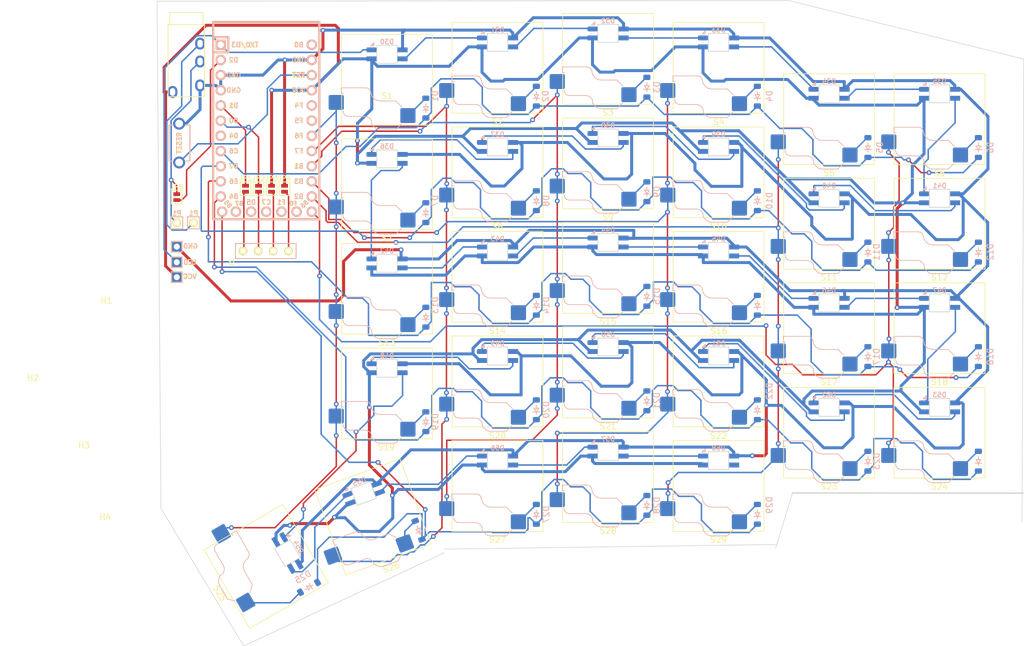
<source format=kicad_pcb>
(kicad_pcb (version 20221018) (generator pcbnew)
  (layers (0 "F.Cu" signal) (31 "B.Cu" signal) (34 "B.Paste" user) (35 "F.Paste" user) (36 "B.SilkS" user "B.Silkscreen") (37 "F.SilkS" user "F.Silkscreen") (38 "B.Mask" user) (39 "F.Mask" user) (44 "Edge.Cuts" user))
  (net 0 "")
  (net 1 "Row 0")
  (net 2 "Net-(D1-A)")
  (net 3 "Net-(D2-A)")
  (net 4 "Net-(D3-A)")
  (net 5 "Net-(D4-A)")
  (net 6 "Net-(D5-A)")
  (net 7 "Net-(D6-A)")
  (net 8 "Row 1")
  (net 9 "Net-(D7-A)")
  (net 10 "Net-(D8-A)")
  (net 11 "Net-(D9-A)")
  (net 12 "Net-(D10-A)")
  (net 13 "Net-(D11-A)")
  (net 14 "Net-(D12-A)")
  (net 15 "Row 2")
  (net 16 "Net-(D13-A)")
  (net 17 "Net-(D14-A)")
  (net 18 "Net-(D15-A)")
  (net 19 "Net-(D16-A)")
  (net 20 "Net-(D17-A)")
  (net 21 "Net-(D18-A)")
  (net 22 "Column 0")
  (net 23 "Column 1")
  (net 24 "Column 2")
  (net 25 "Column 3")
  (net 26 "Column 4")
  (net 27 "Column 5")
  (net 28 "GND")
  (net 29 "VCC")
  (net 31 "Net-(D30-DOUT)")
  (net 32 "Net-(D31-DOUT)")
  (net 33 "Net-(D32-DOUT)")
  (net 34 "Net-(D33-DOUT)")
  (net 35 "Net-(D34-DOUT)")
  (net 36 "Net-(D35-DOUT)")
  (net 37 "LED")
  (net 38 "DATA")
  (net 39 "SDA")
  (net 40 "SCL")
  (net 41 "Row 3")
  (net 42 "Row 4")
  (net 43 "Net-(D36-DOUT)")
  (net 44 "Net-(D48-DOUT)")
  (net 45 "Net-(D48-DIN)")
  (net 46 "Net-(D49-DIN)")
  (net 47 "Net-(D50-DIN)")
  (net 48 "Net-(D51-DIN)")
  (net 49 "Net-(D52-DIN)")
  (net 50 "Net-(D54-DOUT)")
  (net 51 "Net-(D55-DOUT)")
  (net 52 "Net-(D56-DOUT)")
  (net 53 "Net-(D57-DOUT)")
  (net 57 "RESET")
  (net 64 "Net-(J3-Pin_1)")
  (net 65 "Net-(D19-A)")
  (net 66 "Net-(D20-A)")
  (net 67 "Net-(D21-A)")
  (net 68 "Net-(D22-A)")
  (net 69 "Net-(D23-A)")
  (net 70 "Net-(D24-A)")
  (net 71 "Net-(D25-A)")
  (net 72 "Net-(D26-A)")
  (net 73 "Net-(D27-A)")
  (net 74 "Net-(D28-A)")
  (net 75 "Net-(D29-A)")
  (net 76 "Net-(D36-DIN)")
  (net 77 "Net-(D37-DIN)")
  (net 78 "Net-(D38-DIN)")
  (net 79 "Net-(D39-DIN)")
  (net 80 "Net-(D40-DIN)")
  (net 81 "Net-(D42-DOUT)")
  (net 82 "Net-(D43-DOUT)")
  (net 83 "Net-(D44-DOUT)")
  (net 84 "Net-(D45-DOUT)")
  (net 85 "Net-(D46-DOUT)")
  (net 86 "Net-(D47-DOUT)")
  (net 87 "Net-(J1-P1)")
  (net 88 "Net-(J1-P2)")
  (net 89 "Net-(J1-P3)")
  (net 90 "Net-(J1-P4)")
  (net 91 "Net-(J2-Pin_1)")
  (footprint "ScottoKeebs_Hotswap:Hotswap_Choc_V1" (layer "F.Cu") (at 142.231753 118.615542 180)
    (fp_text reference "S28")
    (fp_text value "Keyswitch")
  )
  (footprint "ScottoKeebs_Components:LED_SK6812MINI-MOD1" (layer "F.Cu") (at 179.231753 89.465542)
    (fp_text reference "D46")
    (fp_text value "LED_SK6812MINI" hide)
    (fp_line (start -1.7 -1.5) (end -1.7 1.5) (stroke (width 0.12)) (layer "Edge.Cuts"))
    (fp_line (start -1.7 1.5) (end 1.7 1.5) (stroke (width 0.12)) (layer "Edge.Cuts"))
    (fp_line (start 1.7 -1.5) (end -1.7 -1.5) (stroke (width 0.12)) (layer "Edge.Cuts"))
    (fp_line (start 1.7 1.5) (end 1.7 -1.5) (stroke (width 0.12)) (layer "Edge.Cuts"))
  )
  (footprint "ScottoKeebs_Components:LED_SK6812MINI-MOD1" (layer "F.Cu") (at 179.231753 54.465542)
    (fp_text reference "D34")
    (fp_text value "LED_SK6812MINI" hide)
    (fp_line (start -1.7 -1.5) (end -1.7 1.5) (stroke (width 0.12)) (layer "Edge.Cuts"))
    (fp_line (start -1.7 1.5) (end 1.7 1.5) (stroke (width 0.12)) (layer "Edge.Cuts"))
    (fp_line (start 1.7 -1.5) (end -1.7 -1.5) (stroke (width 0.12)) (layer "Edge.Cuts"))
    (fp_line (start 1.7 1.5) (end 1.7 -1.5) (stroke (width 0.12)) (layer "Edge.Cuts"))
  )
  (footprint "MountingHole:MountingHole_3.5mm" (layer "F.Cu") (at 45.971753 106.545542)
    (fp_text reference "H2")
    (fp_text value "Mounting_Hole")
  )
  (footprint "ScottoKeebs_Components:LED_SK6812MINI-MOD1" (layer "F.Cu") (at 142.231753 79.365542)
    (fp_text reference "D44")
    (fp_text value "LED_SK6812MINI" hide)
    (fp_line (start -1.7 -1.5) (end -1.7 1.5) (stroke (width 0.12)) (layer "Edge.Cuts"))
    (fp_line (start -1.7 1.5) (end 1.7 1.5) (stroke (width 0.12)) (layer "Edge.Cuts"))
    (fp_line (start 1.7 -1.5) (end -1.7 -1.5) (stroke (width 0.12)) (layer "Edge.Cuts"))
    (fp_line (start 1.7 1.5) (end 1.7 -1.5) (stroke (width 0.12)) (layer "Edge.Cuts"))
  )
  (footprint "ScottoKeebs_Components:LED_SK6812MINI-MOD1" (layer "F.Cu") (at 197.731753 106.965542)
    (fp_text reference "D53")
    (fp_text value "LED_SK6812MINI" hide)
    (fp_line (start -1.7 -1.5) (end -1.7 1.5) (stroke (width 0.12)) (layer "Edge.Cuts"))
    (fp_line (start -1.7 1.5) (end 1.7 1.5) (stroke (width 0.12)) (layer "Edge.Cuts"))
    (fp_line (start 1.7 -1.5) (end -1.7 -1.5) (stroke (width 0.12)) (layer "Edge.Cuts"))
    (fp_line (start 1.7 1.5) (end 1.7 -1.5) (stroke (width 0.12)) (layer "Edge.Cuts"))
  )
  (footprint "untitled:jumper_data-MOD" (layer "F.Cu") (at 85.903753 70.365922 90)
    (fp_text reference "JP3")
    (fp_text value "Jumper" hide)
  )
  (footprint "ScottoKeebs_Components:LED_SK6812MINI-MOD1" (layer "F.Cu") (at 88.578021 131.341084 -60)
    (fp_text reference "D54")
    (fp_text value "LED_SK6812MINI" hide)
    (fp_line (start -1.7 -1.5) (end -1.7 1.5) (stroke (width 0.12)) (layer "Edge.Cuts"))
    (fp_line (start -1.7 1.5) (end 1.7 1.5) (stroke (width 0.12)) (layer "Edge.Cuts"))
    (fp_line (start 1.7 -1.5) (end -1.7 -1.5) (stroke (width 0.12)) (layer "Edge.Cuts"))
    (fp_line (start 1.7 1.5) (end 1.7 -1.5) (stroke (width 0.12)) (layer "Edge.Cuts"))
  )
  (footprint "ScottoKeebs_Components:LED_SK6812MINI-MOD1" (layer "F.Cu") (at 142.231753 114.365542)
    (fp_text reference "D57")
    (fp_text value "LED_SK6812MINI" hide)
    (fp_line (start -1.7 -1.5) (end -1.7 1.5) (stroke (width 0.12)) (layer "Edge.Cuts"))
    (fp_line (start -1.7 1.5) (end 1.7 1.5) (stroke (width 0.12)) (layer "Edge.Cuts"))
    (fp_line (start 1.7 -1.5) (end -1.7 -1.5) (stroke (width 0.12)) (layer "Edge.Cuts"))
    (fp_line (start 1.7 1.5) (end 1.7 -1.5) (stroke (width 0.12)) (layer "Edge.Cuts"))
  )
  (footprint "ScottoKeebs_Hotswap:Hotswap_Choc_V1" (layer "F.Cu") (at 123.731753 50.115542 180)
    (fp_text reference "S2")
    (fp_text value "Keyswitch")
  )
  (footprint "ScottoKeebs_Hotswap:Hotswap_Choc_V1" (layer "F.Cu") (at 160.731753 120.115542 180)
    (fp_text reference "S29")
    (fp_text value "Keyswitch")
  )
  (footprint "untitled:1pin_conn" (layer "F.Cu") (at 72.831753 76.065542)
    (fp_text reference "J3")
    (fp_text value "i2c" hide)
  )
  (footprint "ScottoKeebs_Components:LED_SK6812MINI-MOD1" (layer "F.Cu") (at 160.731753 98.365542)
    (fp_text reference "D51")
    (fp_text value "LED_SK6812MINI" hide)
    (fp_line (start -1.7 -1.5) (end -1.7 1.5) (stroke (width 0.12)) (layer "Edge.Cuts"))
    (fp_line (start -1.7 1.5) (end 1.7 1.5) (stroke (width 0.12)) (layer "Edge.Cuts"))
    (fp_line (start 1.7 -1.5) (end -1.7 -1.5) (stroke (width 0.12)) (layer "Edge.Cuts"))
    (fp_line (start 1.7 1.5) (end 1.7 -1.5) (stroke (width 0.12)) (layer "Edge.Cuts"))
  )
  (footprint "ScottoKeebs_Hotswap:Hotswap_Choc_V1" (layer "F.Cu") (at 179.231753 93.715542 180)
    (fp_text reference "S17")
    (fp_text value "Keyswitch")
  )
  (footprint "ScottoKeebs_Hotswap:Hotswap_Choc_V1" (layer "F.Cu") (at 142.231753 66.115542 180)
    (fp_text reference "S9")
    (fp_text value "Keyswitch")
  )
  (footprint "ScottoKeebs_Hotswap:Hotswap_Choc_V1" (layer "F.Cu") (at 102.867959 125.306653 -160)
    (fp_text reference "S26")
    (fp_text value "Keyswitch")
  )
  (footprint "ScottoKeebs_Hotswap:Hotswap_Choc_V1" (layer "F.Cu") (at 197.731753 76.215542 180)
    (fp_text reference "S12")
    (fp_text value "Keyswitch")
  )
  (footprint "ScottoKeebs_Components:LED_SK6812MINI-MOD1" (layer "F.Cu") (at 105.231753 82.865542)
    (fp_text reference "D42")
    (fp_text value "LED_SK6812MINI" hide)
    (fp_line (start -1.7 -1.5) (end -1.7 1.5) (stroke (width 0.12)) (layer "Edge.Cuts"))
    (fp_line (start -1.7 1.5) (end 1.7 1.5) (stroke (width 0.12)) (layer "Edge.Cuts"))
    (fp_line (start 1.7 -1.5) (end -1.7 -1.5) (stroke (width 0.12)) (layer "Edge.Cuts"))
    (fp_line (start 1.7 1.5) (end 1.7 -1.5) (stroke (width 0.12)) (layer "Edge.Cuts"))
  )
  (footprint "ScottoKeebs_Components:LED_SK6812MINI-MOD1" (layer "F.Cu") (at 123.731753 115.865542)
    (fp_text reference "D56")
    (fp_text value "LED_SK6812MINI" hide)
    (fp_line (start -1.7 -1.5) (end -1.7 1.5) (stroke (width 0.12)) (layer "Edge.Cuts"))
    (fp_line (start -1.7 1.5) (end 1.7 1.5) (stroke (width 0.12)) (layer "Edge.Cuts"))
    (fp_line (start 1.7 -1.5) (end -1.7 -1.5) (stroke (width 0.12)) (layer "Edge.Cuts"))
    (fp_line (start 1.7 1.5) (end 1.7 -1.5) (stroke (width 0.12)) (layer "Edge.Cuts"))
  )
  (footprint "ScottoKeebs_Components:LED_SK6812MINI-MOD1" (layer "F.Cu") (at 142.231753 96.865542)
    (fp_text reference "D50")
    (fp_text value "LED_SK6812MINI" hide)
    (fp_line (start -1.7 -1.5) (end -1.7 1.5) (stroke (width 0.12)) (layer "Edge.Cuts"))
    (fp_line (start -1.7 1.5) (end 1.7 1.5) (stroke (width 0.12)) (layer "Edge.Cuts"))
    (fp_line (start 1.7 -1.5) (end -1.7 -1.5) (stroke (width 0.12)) (layer "Edge.Cuts"))
    (fp_line (start 1.7 1.5) (end 1.7 -1.5) (stroke (width 0.12)) (layer "Edge.Cuts"))
  )
  (footprint "ScottoKeebs_Hotswap:Hotswap_Choc_V1" (layer "F.Cu") (at 142.231753 48.615542 180)
    (fp_text reference "S3")
    (fp_text value "Keyswitch")
  )
  (footprint "ScottoKeebs_Components:LED_SK6812MINI-MOD1" (layer "F.Cu") (at 179.231753 106.965542)
    (fp_text reference "D52")
    (fp_text value "LED_SK6812MINI" hide)
    (fp_line (start -1.7 -1.5) (end -1.7 1.5) (stroke (width 0.12)) (layer "Edge.Cuts"))
    (fp_line (start -1.7 1.5) (end 1.7 1.5) (stroke (width 0.12)) (layer "Edge.Cuts"))
    (fp_line (start 1.7 -1.5) (end -1.7 -1.5) (stroke (width 0.12)) (layer "Edge.Cuts"))
    (fp_line (start 1.7 1.5) (end 1.7 -1.5) (stroke (width 0.12)) (layer "Edge.Cuts"))
  )
  (footprint "ScottoKeebs_Components:LED_SK6812MINI-MOD1" (layer "F.Cu") (at 123.731753 63.365542)
    (fp_text reference "D37")
    (fp_text value "LED_SK6812MINI" hide)
    (fp_line (start -1.7 -1.5) (end -1.7 1.5) (stroke (width 0.12)) (layer "Edge.Cuts"))
    (fp_line (start -1.7 1.5) (end 1.7 1.5) (stroke (width 0.12)) (layer "Edge.Cuts"))
    (fp_line (start 1.7 -1.5) (end -1.7 -1.5) (stroke (width 0.12)) (layer "Edge.Cuts"))
    (fp_line (start 1.7 1.5) (end 1.7 -1.5) (stroke (width 0.12)) (layer "Edge.Cuts"))
  )
  (footprint "ScottoKeebs_Hotswap:Hotswap_Choc_V1" (layer "F.Cu") (at 142.231753 83.615542 180)
    (fp_text reference "S15")
    (fp_text value "Keyswitch")
  )
  (footprint "ScottoKeebs_Hotswap:Hotswap_Choc_V1" (layer "F.Cu") (at 160.731753 85.115542 180)
    (fp_text reference "S16")
    (fp_text value "Keyswitch")
  )
  (footprint "untitled:jumper_data-MOD" (layer "F.Cu") (at 88.081753 70.365922 90)
    (fp_text reference "JP4")
    (fp_text value "Jumper" hide)
  )
  (footprint "ScottoKeebs_Hotswap:Hotswap_Choc_V1" (layer "F.Cu") (at 179.231753 76.215542 180)
    (fp_text reference "S11")
    (fp_text value "Keyswitch")
  )
  (footprint "ScottoKeebs_Hotswap:Hotswap_Choc_V1" (layer "F.Cu") (at 197.731753 93.715542 180)
    (fp_text reference "S18")
    (fp_text value "Keyswitch")
  )
  (footprint "ScottoKeebs_Hotswap:Hotswap_Choc_V1" (layer "F.Cu") (at 105.231753 52.115542 180)
    (fp_text reference "S1")
    (fp_text value "Keyswitch")
  )
  (footprint "ScottoKeebs_Hotswap:Hotswap_Choc_V1" (layer "F.Cu") (at 123.731753 67.615542 180)
    (fp_text reference "S8")
    (fp_text value "Keyswitch")
  )
  (footprint "ScottoKeebs_Hotswap:Hotswap_Choc_V1" (layer "F.Cu") (at 160.731753 50.115542 180)
    (fp_text reference "S4")
    (fp_text value "Keyswitch")
  )
  (footprint "Keebio-Parts:Elite-C" (layer "F.Cu") (at 85.011753 60.235542 -90)
    (fp_text reference "U1" hide)
    (fp_text value "EliteC_Pro_Micro" hide)
  )
  (footprint "ScottoKeebs_Hotswap:Hotswap_Choc_V1" (layer "F.Cu") (at 105.231753 104.615542 180)
    (fp_text reference "S19")
    (fp_text value "Keyswitch")
  )
  (footprint "ScottoKeebs_Hotswap:Hotswap_Choc_V1" (layer "F.Cu") (at 105.231753 87.115542 180)
    (fp_text reference "S13")
    (fp_text value "Keyswitch")
  )
  (footprint "ScottoKeebs_Components:LED_SK6812MINI-MOD1" (layer "F.Cu") (at 197.731753 71.965542)
    (fp_text reference "D41")
    (fp_text value "LED_SK6812MINI" hide)
    (fp_line (start -1.7 -1.5) (end -1.7 1.5) (stroke (width 0.12)) (layer "Edge.Cuts"))
    (fp_line (start -1.7 1.5) (end 1.7 1.5) (stroke (width 0.12)) (layer "Edge.Cuts"))
    (fp_line (start 1.7 -1.5) (end -1.7 -1.5) (stroke (width 0.12)) (layer "Edge.Cuts"))
    (fp_line (start 1.7 1.5) (end 1.7 -1.5) (stroke (width 0.12)) (layer "Edge.Cuts"))
  )
  (footprint "ScottoKeebs_Hotswap:Hotswap_Choc_V1" (layer "F.Cu") (at 197.731753 111.215542 180)
    (fp_text reference "S24")
    (fp_text value "Keyswitch")
  )
  (footprint "MountingHole:MountingHole_3.5mm" (layer "F.Cu") (at 58.251753 93.605542)
    (fp_text reference "H1")
    (fp_text value "Mounting_Hole")
  )
  (footprint "ScottoKeebs_Components:LED_SK6812MINI-MOD1" (layer "F.Cu") (at 160.731753 63.365542)
    (fp_text reference "D39")
    (fp_text value "LED_SK6812MINI" hide)
    (fp_line (start -1.7 -1.5) (end -1.7 1.5) (stroke (width 0.12)) (layer "Edge.Cuts"))
    (fp_line (start -1.7 1.5) (end 1.7 1.5) (stroke (width 0.12)) (layer "Edge.Cuts"))
    (fp_line (start 1.7 -1.5) (end -1.7 -1.5) (stroke (width 0.12)) (layer "Edge.Cuts"))
    (fp_line (start 1.7 1.5) (end 1.7 -1.5) (stroke (width 0.12)) (layer "Edge.Cuts"))
  )
  (footprint "ScottoKeebs_Components:LED_SK6812MINI-MOD1" (layer "F.Cu") (at 123.731753 80.865542)
    (fp_text reference "D43")
    (fp_text value "LED_SK6812MINI" hide)
    (fp_line (start -1.7 -1.5) (end -1.7 1.5) (stroke (width 0.12)) (layer "Edge.Cuts"))
    (fp_line (start -1.7 1.5) (end 1.7 1.5) (stroke (width 0.12)) (layer "Edge.Cuts"))
    (fp_line (start 1.7 -1.5) (end -1.7 -1.5) (stroke (width 0.12)) (layer "Edge.Cuts"))
    (fp_line (start 1.7 1.5) (end 1.7 -1.5) (stroke (width 0.12)) (layer "Edge.Cuts"))
  )
  (footprint "ScottoKeebs_Components:LED_SK6812MINI-MOD1" (layer "F.Cu") (at 105.231753 100.415542)
    (fp_text reference "D48")
    (fp_text value "LED_SK6812MINI" hide)
    (fp_line (start -1.7 -1.5) (end -1.7 1.5) (stroke (width 0.12)) (layer "Edge.Cuts"))
    (fp_line (start -1.7 1.5) (end 1.7 1.5) (stroke (width 0.12)) (layer "Edge.Cuts"))
    (fp_line (start 1.7 -1.5) (end -1.7 -1.5) (stroke (width 0.12)) (layer "Edge.Cuts"))
    (fp_line (start 1.7 1.5) (end 1.7 -1.5) (stroke (width 0.12)) (layer "Edge.Cuts"))
  )
  (footprint "ScottoKeebs_Hotswap:Hotswap_Choc_V1" (layer "F.Cu") (at 160.731753 102.615542 180)
    (fp_text reference "S22")
    (fp_text value "Keyswitch")
  )
  (footprint "ScottoKeebs_Components:LED_SK6812MINI-MOD1" (layer "F.Cu") (at 197.731753 54.465542)
    (fp_text reference "D35")
    (fp_text value "LED_SK6812MINI" hide)
    (fp_line (start -1.7 -1.5) (end -1.7 1.5) (stroke (width 0.12)) (layer "Edge.Cuts"))
    (fp_line (start -1.7 1.5) (end 1.7 1.5) (stroke (width 0.12)) (layer "Edge.Cuts"))
    (fp_line (start 1.7 -1.5) (end -1.7 -1.5) (stroke (width 0.12)) (layer "Edge.Cuts"))
    (fp_line (start 1.7 1.5) (end 1.7 -1.5) (stroke (width 0.12)) (layer "Edge.Cuts"))
  )
  (footprint "untitled:TACT_SWITCH_TVBP06" (layer "F.Cu") (at 70.431753 62.715542 -90)
    (fp_text reference "RSW1" hide)
    (fp_text value "SW_RST" hide)
  )
  (footprint "ScottoKeebs_Components:LED_SK6812MINI-MOD1" (layer "F.Cu") (at 179.231753 71.965542)
    (fp_text reference "D40")
    (fp_text value "LED_SK6812MINI" hide)
    (fp_line (start -1.7 -1.5) (end -1.7 1.5) (stroke (width 0.12)) (layer "Edge.Cuts"))
    (fp_line (start -1.7 1.5) (end 1.7 1.5) (stroke (width 0.12)) (layer "Edge.Cuts"))
    (fp_line (start 1.7 -1.5) (end -1.7 -1.5) (stroke (width 0.12)) (layer "Edge.Cuts"))
    (fp_line (start 1.7 1.5) (end 1.7 -1.5) (stroke (width 0.12)) (layer "Edge.Cuts"))
  )
  (footprint "ScottoKeebs_Components:LED_SK6812MINI-MOD1" (layer "F.Cu") (at 160.731753 45.865542)
    (fp_text reference "D33")
    (fp_text value "LED_SK6812MINI" hide)
    (fp_line (start -1.7 -1.5) (end -1.7 1.5) (stroke (width 0.12)) (layer "Edge.Cuts"))
    (fp_line (start -1.7 1.5) (end 1.7 1.5) (stroke (width 0.12)) (layer "Edge.Cuts"))
    (fp_line (start 1.7 -1.5) (end -1.7 -1.5) (stroke (width 0.12)) (layer "Edge.Cuts"))
    (fp_line (start 1.7 1.5) (end 1.7 -1.5) (stroke (width 0.12)) (layer "Edge.Cuts"))
  )
  (footprint "untitled:OLED_4Pin" (layer "F.Cu") (at 81.121753 80.785542)
    (fp_text reference "J1")
    (fp_text value "OLED" hide)
  )
  (footprint "untitled:1pin_conn" (layer "F.Cu") (at 70.031753 76.065542)
    (fp_text reference "J2")
    (fp_text value "i2c" hide)
  )
  (footprint "ScottoKeebs_Components:LED_SK6812MINI-MOD1" (layer "F.Cu") (at 123.731753 45.865542)
    (fp_text reference "D31")
    (fp_text value "LED_SK6812MINI" hide)
    (fp_line (start -1.7 -1.5) (end -1.7 1.5) (stroke (width 0.12)) (layer "Edge.Cuts"))
    (fp_line (start -1.7 1.5) (end 1.7 1.5) (stroke (width 0.12)) (layer "Edge.Cuts"))
    (fp_line (start 1.7 -1.5) (end -1.7 -1.5) (stroke (width 0.12)) (layer "Edge.Cuts"))
    (fp_line (start 1.7 1.5) (end 1.7 -1.5) (stroke (width 0.12)) (layer "Edge.Cuts"))
  )
  (footprint "ScottoKeebs_Hotswap:Hotswap_Choc_V1" (layer "F.Cu") (at 197.731753 58.715542 180)
    (fp_text reference "S6")
    (fp_text value "Keyswitch")
  )
  (footprint "untitled:LED" (layer "F.Cu") (at 70.031753 85.165542 180)
    (fp_text reference "J4" hide)
    (fp_text value "LED" hide)
  )
  (footprint "ScottoKeebs_Components:LED_SK6812MINI-MOD1" (layer "F.Cu") (at 197.731753 89.465542)
    (fp_text reference "D47")
    (fp_text value "LED_SK6812MINI" hide)
    (fp_line (start -1.7 -1.5) (end -1.7 1.5) (stroke (width 0.12)) (layer "Edge.Cuts"))
    (fp_line (start -1.7 1.5) (end 1.7 1.5) (stroke (width 0.12)) (layer "Edge.Cuts"))
    (fp_line (start 1.7 -1.5) (end -1.7 -1.5) (stroke (width 0.12)) (layer "Edge.Cuts"))
    (fp_line (start 1.7 1.5) (end 1.7 -1.5) (stroke (width 0.12)) (layer "Edge.Cuts"))
  )
  (footprint "ScottoKeebs_Hotswap:Hotswap_Choc_V1" (layer "F.Cu") (at 160.731753 67.615542 180)
    (fp_text reference "S10")
    (fp_text value "Keyswitch")
  )
  (footprint "ScottoKeebs_Components:TRRS_PJ-320A" (layer "F.Cu") (at 71.631753 42.865542)
    (fp_text reference "U2")
    (fp_text value "TRRS")
  )
  (footprint "MountingHole:MountingHole_3.5mm" (layer "F.Cu") (at 58.071753 129.815542)
    (fp_text reference "H4")
    (fp_text value "Mounting_Hole")
  )
  (footprint "ScottoKeebs_Components:LED_SK6812MINI-MOD1" (layer "F.Cu") (at 105.231753 65.365542)
    (fp_text reference "D36")
    (fp_text value "LED_SK6812MINI" hide)
    (fp_line (start -1.7 -1.5) (end -1.7 1.5) (stroke (width 0.12)) (layer "Edge.Cuts"))
    (fp_line (start -1.7 1.5) (end 1.7 1.5) (stroke (width 0.12)) (layer "Edge.Cuts"))
    (fp_line (start 1.7 -1.5) (end -1.7 -1.5) (stroke (width 0.12)) (layer "Edge.Cuts"))
    (fp_line (start 1.7 1.5) (end 1.7 -1.5) (stroke (width 0.12)) (layer "Edge.Cuts"))
  )
  (footprint "ScottoKeebs_Hotswap:Hotswap_Choc_V1" (layer "F.Cu") (at 123.731753 120.115542 180)
    (fp_text reference "S27")
    (fp_text value "Keyswitch")
  )
  (footprint "ScottoKeebs_Hotswap:Hotswap_Choc_V1" (layer "F.Cu") (at 123.731753 102.615542 180)
    (fp_text reference "S20")
    (fp_text value "Keyswitch")
  )
  (footprint "ScottoKeebs_Components:LED_SK6812MINI-MOD1" (layer "F.Cu") (at 142.231753 61.865542)
    (fp_text reference "D38")
    (fp_text value "LED_SK6812MINI" hide)
    (fp_line (start -1.7 -1.5) (end -1.7 1.5) (stroke (width 0.12)) (layer "Edge.Cuts"))
    (fp_line (start -1.7 1.5) (end 1.7 1.5) (stroke (width 0.12)) (layer "Edge.Cuts"))
    (fp_line (start 1.7 -1.5) (end -1.7 -1.5) (stroke (width 0.12)) (layer "Edge.Cuts"))
    (fp_line (start 1.7 1.5) (end 1.7 -1.5) (stroke (width 0.12)) (layer "Edge.Cuts"))
  )
  (footprint "ScottoKeebs_Hotswap:Hotswap_Choc_V1" (layer "F.Cu") (at 123.731753 85.115542 180)
    (fp_text reference "S14")
    (fp_text value "Keyswitch")
  )
  (footprint "ScottoKeebs_Components:LED_SK6812MINI-MOD1" (layer "F.Cu") (at 142.231753 44.365542)
    (fp_text reference "D32")
    (fp_text value "LED_SK6812MINI" hide)
    (fp_line (start -1.7 -1.5) (end -1.7 1.5) (stroke (width 0.12)) (layer "Edge.Cuts"))
    (fp_line (start -1.7 1.5) (end 1.7 1.5) (stroke (width 0.12)) (layer "Edge.Cuts"))
    (fp_line (start 1.7 -1.5) (end -1.7 -1.5) (stroke (width 0.12)) (layer "Edge.Cuts"))
    (fp_line (start 1.7 1.5) (end 1.7 -1.5) (stroke (width 0.12)) (layer "Edge.Cuts"))
  )
  (footprint "ScottoKeebs_Hotswap:Hotswap_Choc_V1" (layer "F.Cu") (at 85.016268 133.585542 120)
    (fp_text reference "S25")
    (fp_text value "Keyswitch")
  )
  (footprint "ScottoKeebs_Components:LED_SK6812MINI-MOD1" (layer "F.Cu") (at 101.314515 121.38 20)
    (fp_text reference "D55")
    (fp_text value "LED_SK6812MINI" hide)
    (fp_line (start -1.7 -1.5) (end -1.7 1.5) (stroke (width 0.12)) (layer "Edge.Cuts"))
    (fp_line (start -1.7 1.5) (end 1.7 1.5) (stroke (width 0.12)) (layer "Edge.Cuts"))
    (fp_line (start 1.7 -1.5) (end -1.7 -1.5) (stroke (width 0.12)) (layer "Edge.Cuts"))
    (fp_line (start 1.7 1.5) (end 1.7 -1.5) (stroke (width 0.12)) (layer "Edge.Cuts"))
  )
  (footprint "ScottoKeebs_Hotswap:Hotswap_Choc_V1" (layer "F.Cu") (at 105.231753 69.615542 180)
    (fp_text reference "S7")
    (fp_text value "Keyswitch")
  )
  (footprint "untitled:jumper_data-MOD" (layer "F.Cu") (at 83.725753 70.365922 90)
    (fp_text reference "JP2")
    (fp_text value "Jumper" hide)
  )
  (footprint "ScottoKeebs_Hotswap:Hotswap_Choc_V1" (layer "F.Cu") (at 142.231753 101.115542 180)
    (fp_text reference "S21")
    (fp_text value "Keyswitch")
  )
  (footprint "MountingHole:MountingHole_3.5mm" (layer "F.Cu") (at 54.521753 117.825542)
    (fp_text reference "H3")
    (fp_text value "Mounting_Hole")
  )
  (footprint "ScottoKeebs_Components:LED_SK6812MINI-MOD1" (layer "F.Cu") (at 160.731753 80.865542)
    (fp_text reference "D45")
    (fp_text value "LED_SK6812MINI" hide)
    (fp_line (start -1.7 -1.5) (end -1.7 1.5) (stroke (width 0.12)) (layer "Edge.Cuts"))
    (fp_line (start -1.7 1.5) (end 1.7 1.5) (stroke (width 0.12)) (layer "Edge.Cuts"))
    (fp_line (start 1.7 -1.5) (end -1.7 -1.5) (stroke (width 0.12)) (layer "Edge.Cuts"))
    (fp_line (start 1.7 1.5) (end 1.7 -1.5) (stroke (width 0.12)) (layer "Edge.Cuts"))
  )
  (footprint "ScottoKeebs_Components:LED_SK6812MINI-MOD1" (layer "F.Cu") (at 160.731753 115.865542)
    (fp_text reference "D58")
    (fp_text value "LED_SK6812MINI" hide)
    (fp_line (start -1.7 -1.5) (end -1.7 1.5) (stroke (width 0.12)) (layer "Edge.Cuts"))
    (fp_line (start -1.7 1.5) (end 1.7 1.5) (stroke (width 0.12)) (layer "Edge.Cuts"))
    (fp_line (start 1.7 -1.5) (end -1.7 -1.5) (stroke (width 0.12)) (layer "Edge.Cuts"))
    (fp_line (start 1.7 1.5) (end 1.7 -1.5) (stroke (width 0.12)) (layer "Edge.Cuts"))
  )
  (footprint "ScottoKeebs_Components:LED_SK6812MINI-MOD1" (layer "F.Cu") (at 105.231753 47.865542)
    (fp_text reference "D30")
    (fp_text value "LED_SK6812MINI" hide)
    (fp_line (start -1.7 -1.5) (end -1.7 1.5) (stroke (width 0.12)) (layer "Edge.Cuts"))
    (fp_line (start -1.7 1.5) (end 1.7 1.5) (stroke (width 0.12)) (layer "Edge.Cuts"))
    (fp_line (start 1.7 -1.5) (end -1.7 -1.5) (stroke (width 0.12)) (layer "Edge.Cuts"))
    (fp_line (start 1.7 1.5) (end 1.7 -1.5) (stroke (width 0.12)) (layer "Edge.Cuts"))
  )
  (footprint "ScottoKeebs_Hotswap:Hotswap_Choc_V1" (layer "F.Cu") (at 179.231753 58.715542 180)
    (fp_text reference "S5")
    (fp_text value "Keyswitch")
  )
  (footprint "ScottoKeebs_Components:LED_SK6812MINI-MOD1" (layer "F.Cu") (at 123.731753 98.365542)
    (fp_text reference "D49")
    (fp_text value "LED_SK6812MINI" hide)
    (fp_line (start -1.7 -1.5) (end -1.7 1.5) (stroke (width 0.12)) (layer "Edge.Cuts"))
    (fp_line (start -1.7 1.5) (end 1.7 1.5) (stroke (width 0.12)) (layer "Edge.Cuts"))
    (fp_line (start 1.7 -1.5) (end -1.7 -1.5) (stroke (width 0.12)) (layer "Edge.Cuts"))
    (fp_line (start 1.7 1.5) (end 1.7 -1.5) (stroke (width 0.12)) (layer "Edge.Cuts"))
  )
  (footprint "untitled:jumper_data-MOD" (layer "F.Cu") (at 81.547753 70.365922 90)
    (fp_text reference "JP1")
    (fp_text value "Jumper" hide)
  )
  (footprint "ScottoKeebs_Hotswap:Hotswap_Choc_V1" (layer "F.Cu") (at 179.231753 111.215542 180)
    (fp_text reference "S23")
    (fp_text value "Keyswitch")
  )
  (footprint "untitled:jumper_data-MOD" (layer "F.Cu") (at 70.031753 71.765922 -90)
    (fp_text reference "JP5")
    (fp_text value "Jumper" hide)
  )
  (footprint "ScottoKeebs_Components:Diode_SOD-123" (layer "B.Cu") (at 204.231753 115.965542 90)
    (fp_text reference "D24" hide)
    (fp_text value "Diode")
  )
  (footprint "ScottoKeebs_Components:Diode_SOD-123" (layer "B.Cu") (at 167.231753 89.865542 90)
    (fp_text reference "D16" hide)
    (fp_text value "Diode")
  )
  (footprint "ScottoKeebs_Components:Diode_SOD-123" (layer "B.Cu") (at 167.231753 124.865542 90)
    (fp_text reference "D29")
    (fp_text value "Diode")
  )
  (footprint "ScottoKeebs_Components:Diode_SOD-123" (layer "B.Cu") (at 130.231753 107.365542 90)
    (fp_text reference "D20")
    (fp_text value "Diode")
  )
  (footprint "ScottoKeebs_Components:Diode_SOD-123" (layer "B.Cu") (at 130.231753 54.865542 90)
    (fp_text reference "D2")
    (fp_text value "Diode")
  )
  (footprint "ScottoKeebs_Components:Diode_SOD-123" (layer "B.Cu") (at 130.231753 124.865542 90)
    (fp_text reference "D27")
    (fp_text value "Diode")
  )
  (footprint "ScottoKeebs_Components:Diode_SOD-123" (layer "B.Cu") (at 204.231753 98.465542 90)
    (fp_text reference "D18")
    (fp_text value "Diode")
  )
  (footprint "ScottoKeebs_Components:Diode_SOD-123" (layer "B.Cu") (at 148.731459 105.865542 90)
    (fp_text reference "D21")
    (fp_text value "Diode")
  )
  (footprint "ScottoKeebs_Components:Diode_SOD-123" (layer "B.Cu") (at 148.731459 88.365542 90)
    (fp_text reference "D15")
    (fp_text value "Diode")
  )
  (footprint "ScottoKeebs_Components:Diode_SOD-123" (layer "B.Cu") (at 92.166268 137.085542 -150)
    (fp_text reference "D25")
    (fp_text value "Diode")
  )
  (footprint "ScottoKeebs_Components:Diode_SOD-123" (layer "B.Cu") (at 111.731753 56.865542 90)
    (fp_text reference "D1")
    (fp_text value "Diode")
  )
  (footprint "ScottoKeebs_Components:Diode_SOD-123" (layer "B.Cu") (at 167.231753 72.365542 90)
    (fp_text reference "D10")
    (fp_text value "Diode")
  )
  (footprint "ScottoKeebs_Components:Diode_SOD-123" (layer "B.Cu") (at 148.731459 123.365542 90)
    (fp_text reference "D28")
    (fp_text value "Diode")
  )
  (footprint "ScottoKeebs_Components:Diode_SOD-123" (layer "B.Cu") (at 148.731459 53.365542 90)
    (fp_text reference "D3")
    (fp_text value "Diode")
  )
  (footprint "ScottoKeebs_Components:Diode_SOD-123" (layer "B.Cu") (at 167.231753 54.865542 90)
    (fp_text reference "D4")
    (fp_text value "Diode")
  )
  (footprint "ScottoKeebs_Components:Diode_SOD-123" (layer "B.Cu") (at 148.731459 70.865542 90)
    (fp_text reference "D9")
    (fp_text value "Diode")
  )
  (footprint "ScottoKeebs_Components:Diode_SOD-123" (layer "B.Cu") (at 185.731753 115.965542 90)
    (fp_text reference "D23")
    (fp_text value "Diode")
  )
  (footprint "ScottoKeebs_Components:Diode_SOD-123" (layer "B.Cu") (at 204.231753 80.965542 90)
    (fp_text reference "D12")
    (fp_text value "Diode")
  )
  (footprint "ScottoKeebs_Components:Diode_SOD-123" (layer "B.Cu") (at 130.231753 72.365542 90)
    (fp_text reference "D8")
    (fp_text value "Diode")
  )
  (footprint "ScottoKeebs_Components:Diode_SOD-123" (layer "B.Cu") (at 111.731753 91.865542 90)
    (fp_text reference "D13")
    (fp_text value "Diode")
  )
  (footprint "ScottoKeebs_Components:Diode_SOD-123" (layer "B.Cu") (at 111.731753 109.365542 90)
    (fp_text reference "D19")
    (fp_text value "Diode")
  )
  (footprint "ScottoKeebs_Components:Diode_SOD-123" (layer "B.Cu") (at 204.231753 63.465542 90)
    (fp_text reference "D6")
    (fp_text value "Diode")
  )
  (footprint "ScottoKeebs_Components:Diode_SOD-123" (layer "B.Cu") (at 185.731753 98.465542 90)
    (fp_text reference "D17")
    (fp_text value "Diode")
  )
  (footprint "ScottoKeebs_Components:Diode_SOD-123" (layer "B.Cu") (at 185.731753 63.465542 90)
    (fp_text reference "D5")
    (fp_text value "Diode")
  )
  (footprint "ScottoKeebs_Components:Diode_SOD-123" (layer "B.Cu") (at 111.731753 74.365542 90)
    (fp_text reference "D7")
    (fp_text value "Diode")
  )
  (footprint "ScottoKeebs_Components:Diode_SOD-123" (layer "B.Cu") (at 110.521935 127.525049 110)
    (fp_text reference "D26" hide)
    (fp_text value "Diode")
  )
  (footprint "ScottoKeebs_Components:Diode_SOD-123" (layer "B.Cu") (at 130.231753 89.865542 90)
    (fp_text reference "D14")
    (fp_text value "Diode")
  )
  (footprint "ScottoKeebs_Components:Diode_SOD-123" (layer "B.Cu") (at 167.231753 107.365542 90)
    (fp_text reference "D22")
    (fp_text value "Diode")
  )
  (footprint "ScottoKeebs_Components:Diode_SOD-123" (layer "B.Cu") (at 185.731753 80.965542 90)
    (fp_text reference "D11")
    (fp_text value "Diode")
  )
  (gr_line (start 67.391753 123.855542) (end 81.231753 146.905542) (stroke (width 0.1)) (layer "Edge.Cuts"))
  (gr_line (start 170.291753 130.535542) (end 173.101753 121.290542) (stroke (width 0.1)) (layer "Edge.Cuts"))
  (gr_line (start 114.866753 130.689292) (end 170.316753 129.921792) (stroke (width 0.1)) (layer "Edge.Cuts"))
  (gr_line (start 211.531753 126.165542) (end 211.831753 48.665542) (stroke (width 0.1)) (layer "Edge.Cuts"))
  (gr_line (start 81.231753 146.905542) (end 114.841753 131.303042) (stroke (width 0.1)) (layer "Edge.Cuts"))
  (gr_line (start 173.101753 121.290542) (end 211.741753 121.320542) (stroke (width 0.2)) (layer "Edge.Cuts"))
  (gr_line (start 211.831753 48.665542) (end 172.531753 38.865542) (stroke (width 0.1)) (layer "Edge.Cuts"))
  (gr_line (start 172.531753 38.865542) (end 66.731753 38.965542) (stroke (width 0.1)) (layer "Edge.Cuts"))
  (gr_line (start 66.731753 38.965542) (end 67.391753 123.855542) (stroke (width 0.1)) (layer "Edge.Cuts"))
  (segment (start 194.661753 67.665542) (end 195.981753 67.665542) (width 0.25) (layer "F.Cu") (net 1))
  (segment (start 192.521753 65.525542) (end 194.661753 67.665542) (width 0.25) (layer "F.Cu") (net 1))
  (via (at 195.981753 67.665542) (size 0.8) (drill 0.4) (layers "F.Cu" "B.Cu") (net 1))
  (via (at 192.521753 65.525542) (size 0.8) (drill 0.4) (layers "F.Cu" "B.Cu") (net 1))
  (segment (start 128.831753 57.915542) (end 130.231753 56.515542) (width 0.25) (layer "B.Cu") (net 1))
  (segment (start 81.211753 67.865542) (end 93.791753 67.865542) (width 0.25) (layer "B.Cu") (net 1))
  (segment (start 176.531753 64.602548) (end 176.531753 62.128536) (width 0.25) (layer "B.Cu") (net 1))
  (segment (start 110.121753 60.125542) (end 111.731753 58.515542) (width 0.25) (layer "B.Cu") (net 1))
  (segment (start 148.731459 55.015542) (end 151.631459 57.915542) (width 0.25) (layer "B.Cu") (net 1))
  (segment (start 184.331753 66.515542) (end 178.444747 66.515542) (width 0.25) (layer "B.Cu") (net 1))
  (segment (start 121.181753 53.365542) (end 121.181753 56.265542) (width 0.25) (layer "B.Cu") (net 1))
  (segment (start 174.668759 60.265542) (end 170.981753 60.265542) (width 0.25) (layer "B.Cu") (net 1))
  (segment (start 93.791753 67.865542) (end 98.371753 63.285542) (width 0.25) (layer "B.Cu") (net 1))
  (segment (start 77.391753 64.045542) (end 81.211753 67.865542) (width 0.25) (layer "B.Cu") (net 1))
  (segment (start 185.731753 65.115542) (end 184.331753 66.515542) (width 0.25) (layer "B.Cu") (net 1))
  (segment (start 192.521753 65.525542) (end 191.741753 65.525542) (width 0.25) (layer "B.Cu") (net 1))
  (segment (start 147.231459 56.515542) (end 148.731459 55.015542) (width 0.25) (layer "B.Cu") (net 1))
  (segment (start 112.656753 53.540542) (end 114.231753 51.965542) (width 0.25) (layer "B.Cu") (net 1))
  (segment (start 191.331753 65.115542) (end 185.731753 65.115542) (width 0.25) (layer "B.Cu") (net 1))
  (segment (start 151.631459 57.915542) (end 165.831753 57.915542) (width 0.25) (layer "B.Cu") (net 1))
  (segment (start 119.781753 51.965542) (end 121.181753 53.365542) (width 0.25) (layer "B.Cu") (net 1))
  (segment (start 100.701753 63.285542) (end 103.861753 60.125542) (width 0.25) (layer "B.Cu") (net 1))
  (segment (start 178.444747 66.515542) (end 176.531753 64.602548) (width 0.25) (layer "B.Cu") (net 1))
  (segment (start 176.531753 62.128536) (end 174.668759 60.265542) (width 0.25) (layer "B.Cu") (net 1))
  (segment (start 122.831753 57.915542) (end 128.831753 57.915542) (width 0.25) (layer "B.Cu") (net 1))
  (segment (start 114.231753 51.965542) (end 119.781753 51.965542) (width 0.25) (layer "B.Cu") (net 1))
  (segment (start 130.231753 56.515542) (end 147.231459 56.515542) (width 0.25) (layer "B.Cu") (net 1))
  (segment (start 103.861753 60.125542) (end 110.121753 60.125542) (width 0.25) (layer "B.Cu") (net 1))
  (segment (start 165.831753 57.915542) (end 167.231753 56.515542) (width 0.25) (layer "B.Cu") (net 1))
  (segment (start 191.741753 65.525542) (end 191.331753 65.115542) (width 0.25) (layer "B.Cu") (net 1))
  (segment (start 121.181753 56.265542) (end 122.831753 57.915542) (width 0.25) (layer "B.Cu") (net 1))
  (segment (start 170.981753 60.265542) (end 167.231753 56.515542) (width 0.25) (layer "B.Cu") (net 1))
  (segment (start 201.681753 67.665542) (end 204.231753 65.115542) (width 0.25) (layer "B.Cu") (net 1))
  (segment (start 185.831753 65.015542) (end 185.731753 65.115542) (width 0.25) (layer "B.Cu") (net 1))
  (segment (start 112.656753 57.590542) (end 112.656753 53.540542) (width 0.25) (layer "B.Cu") (net 1))
  (segment (start 98.371753 63.285542) (end 100.701753 63.285542) (width 0.25) (layer "B.Cu") (net 1))
  (segment (start 195.981753 67.665542) (end 201.681753 67.665542) (width 0.25) (layer "B.Cu") (net 1))
  (segment (start 111.731753 58.515542) (end 112.656753 57.590542) (width 0.25) (layer "B.Cu") (net 1))
  (segment (start 111.631753 55.265542) (end 108.781753 58.115542) (width 0.25) (layer "B.Cu") (net 2))
  (segment (start 127.381753 56.115542) (end 127.231753 56.115542) (width 0.25) (layer "B.Cu") (net 3))
  (segment (start 130.231753 53.265542) (end 127.381753 56.115542) (width 0.25) (layer "B.Cu") (net 3))
  (segment (start 148.561753 51.785542) (end 145.731753 54.615542) (width 0.25) (layer "B.Cu") (net 4))
  (segment (start 148.631753 51.785542) (end 148.561753 51.785542) (width 0.25) (layer "B.Cu") (net 4))
  (segment (start 167.131753 53.215542) (end 164.231753 56.115542) (width 0.25) (layer "B.Cu") (net 5))
  (segment (start 167.231753 53.215542) (end 167.131753 53.215542) (width 0.25) (layer "B.Cu") (net 5))
  (segment (start 167.031753 53.215542) (end 167.031753 53.315542) (width 0.25) (layer "B.Cu") (net 5))
  (segment (start 185.631753 61.815542) (end 182.731753 64.715542) (width 0.25) (layer "B.Cu") (net 6))
  (segment (start 185.731753 61.815542) (end 185.631753 61.815542) (width 0.25) (layer "B.Cu") (net 6))
  (segment (start 204.131753 61.815542) (end 201.231753 64.715542) (width 0.25) (layer "B.Cu") (net 7))
  (segment (start 204.231753 61.815542) (end 204.131753 61.815542) (width 0.25) (layer "B.Cu") (net 7))
  (segment (start 109.031753 78.565542) (end 101.431753 78.565542) (width 0.25) (layer "F.Cu") (net 8))
  (via (at 101.431753 78.565542) (size 0.8) (drill 0.4) (layers "F.Cu" "B.Cu") (net 8))
  (via (at 109.031753 78.565542) (size 0.8) (drill 0.4) (layers "F.Cu" "B.Cu") (net 8))
  (segment (start 128.831753 75.415542) (end 122.781753 75.415542) (width 0.25) (layer "B.Cu") (net 8))
  (segment (start 169.131753 74.015542) (end 167.231753 74.015542) (width 0.25) (layer "B.Cu") (net 8))
  (segment (start 137.818759 67.815542) (end 135.531753 67.815542) (width 0.25) (layer "B.Cu") (net 8))
  (segment (start 131.181753 73.065542) (end 130.231753 74.015542) (width 0.25) (layer "B.Cu") (net 8))
  (segment (start 111.581753 76.015542) (end 109.031753 78.565542) (width 0.25) (layer "B.Cu") (net 8))
  (segment (start 165.831753 75.415542) (end 159.781753 75.415542) (width 0.25) (layer "B.Cu") (net 8))
  (segment (start 139.331753 69.328536) (end 137.818759 67.815542) (width 0.25) (layer "B.Cu") (net 8))
  (segment (start 74.131753 66.865542) (end 74.411753 66.585542) (width 0.25) (layer "B.Cu") (net 8))
  (segment (start 101.431753 78.565542) (end 100.331753 77.465542) (width 0.25) (layer "B.Cu") (net 8))
  (segment (start 100.331753 77.465542) (end 74.231753 77.465542) (width 0.25) (layer "B.Cu") (net 8))
  (segment (start 152.681753 68.415542) (end 149.731753 68.415542) (width 0.25) (layer "B.Cu") (net 8))
  (segment (start 157.881753 73.515542) (end 157.881753 70.715542) (width 0.25) (layer "B.Cu") (net 8))
  (segment (start 74.231753 77.465542) (end 74.131753 77.365542) (width 0.25) (layer "B.Cu") (net 8))
  (segment (start 111.731753 76.015542) (end 111.581753 76.015542) (width 0.25) (layer "B.Cu") (net 8))
  (segment (start 157.881753 70.715542) (end 156.481753 69.315542) (width 0.25) (layer "B.Cu") (net 8))
  (segment (start 119.681753 69.315542) (end 116.651753 69.315542) (width 0.25) (layer "B.Cu") (net 8))
  (segment (start 130.231753 74.015542) (end 128.831753 75.415542) (width 0.25) (layer "B.Cu") (net 8))
  (segment (start 120.881753 73.515542) (end 120.881753 70.515542) (width 0.25) (layer "B.Cu") (net 8))
  (segment (start 139.331753 71.815542) (end 139.331753 69.328536) (width 0.25) (layer "B.Cu") (net 8))
  (segment (start 149.731753 68.415542) (end 149.731753 71.515248) (width 0.25) (layer "B.Cu") (net 8))
  (segment (start 175.075256 77.915542) (end 173.031753 77.915542) (width 0.25) (layer "B.Cu") (net 8))
  (segment (start 122.781753 75.415542) (end 120.881753 73.515542) (width 0.25) (layer "B.Cu") (net 8))
  (segment (start 204.231753 82.615542) (end 202.831753 84.015542) (width 0.25) (layer "B.Cu") (net 8))
  (segment (start 132.781753 67.015542) (end 131.181753 68.615542) (width 0.25) (layer "B.Cu") (net 8))
  (segment (start 185.731753 82.615542) (end 184.331753 84.015542) (width 0.25) (layer "B.Cu") (net 8))
  (segment (start 134.731753 67.015542) (end 132.781753 67.015542) (width 0.25) (layer "B.Cu") (net 8))
  (segment (start 156.481753 69.315542) (end 153.581753 69.315542) (width 0.25) (layer "B.Cu") (net 8))
  (segment (start 187.131753 84.015542) (end 185.731753 82.615542) (width 0.25) (layer "B.Cu") (net 8))
  (segment (start 148.731459 72.515542) (end 147.331459 73.915542) (width 0.25) (layer "B.Cu") (net 8))
  (segment (start 114.591753 68.605542) (end 112.656753 70.540542) (width 0.25) (layer "B.Cu") (net 8))
  (segment (start 167.231753 74.015542) (end 165.831753 75.415542) (width 0.25) (layer "B.Cu") (net 8))
  (segment (start 176.344747 79.185033) (end 175.075256 77.915542) (width 0.25) (layer "B.Cu") (net 8))
  (segment (start 153.581753 69.315542) (end 152.681753 68.415542) (width 0.25) (layer "B.Cu") (net 8))
  (segment (start 184.331753 84.015542) (end 178.231753 84.015542) (width 0.25) (layer "B.Cu") (net 8))
  (segment (start 116.651753 69.315542) (end 115.941753 68.605542) (width 0.25) (layer "B.Cu") (net 8))
  (segment (start 147.331459 73.915542) (end 141.431753 73.915542) (width 0.25) (layer "B.Cu") (net 8))
  (segment (start 178.231753 84.015542) (end 176.344747 82.128536) (width 0.25) (layer "B.Cu") (net 8))
  (segment (start 202.831753 84.015542) (end 187.131753 84.015542) (width 0.25) (layer "B.Cu") (net 8))
  (segment (start 173.031753 77.915542) (end 169.131753 74.015542) (width 0.25) (layer "B.Cu") (net 8))
  (segment (start 141.431753 73.915542) (end 139.331753 71.815542) (width 0.25) (layer "B.Cu") (net 8))
  (segment (start 112.656753 75.090542) (end 111.731753 76.015542) (width 0.25) (layer "B.Cu") (net 8))
  (segment (start 176.344747 82.128536) (end 176.344747 79.185033) (width 0.25) (layer "B.Cu") (net 8))
  (segment (start 74.411753 66.585542) (end 77.391753 66.585542) (width 0.25) (layer "B.Cu") (net 8))
  (segment (start 131.181753 68.615542) (end 131.181753 73.065542) (width 0.25) (layer "B.Cu") (net 8))
  (segment (start 120.881753 70.515542) (end 119.681753 69.315542) (width 0.25) (layer "B.Cu") (net 8))
  (segment (start 159.781753 75.415542) (end 157.881753 73.515542) (width 0.25) (layer "B.Cu") (net 8))
  (segment (start 149.731753 71.515248) (end 148.731459 72.515542) (width 0.25) (layer "B.Cu") (net 8))
  (segment (start 112.656753 70.540542) (end 112.656753 75.090542) (width 0.25) (layer "B.Cu") (net 8))
  (segment (start 115.941753 68.605542) (end 114.591753 68.605542) (width 0.25) (layer "B.Cu") (net 8))
  (segment (start 74.131753 77.365542) (end 74.131753 66.865542) (width 0.25) (layer "B.Cu") (net 8))
  (segment (start 135.531753 67.815542) (end 134.731753 67.015542) (width 0.25) (layer "B.Cu") (net 8))
  (segment (start 111.631753 72.715542) (end 108.731753 75.615542) (width 0.25) (layer "B.Cu") (net 9))
  (segment (start 111.731753 72.715542) (end 111.631753 72.715542) (width 0.25) (layer "B.Cu") (net 9))
  (segment (start 130.131753 70.715542) (end 127.231753 73.615542) (width 0.25) (layer "B.Cu") (net 10))
  (segment (start 130.231753 70.715542) (end 130.131753 70.715542) (width 0.25) (layer "B.Cu") (net 10))
  (segment (start 148.731459 69.215542) (end 148.631753 69.215542) (width 0.25) (layer "B.Cu") (net 11))
  (segment (start 148.631753 69.215542) (end 145.731753 72.115542) (width 0.25) (layer "B.Cu") (net 11))
  (segment (start 167.131753 70.715542) (end 164.231753 73.615542) (width 0.25) (layer "B.Cu") (net 12))
  (segment (start 167.231753 70.715542) (end 167.131753 70.715542) (width 0.25) (layer "B.Cu") (net 12))
  (segment (start 185.631753 79.315542) (end 182.731753 82.215542) (width 0.25) (layer "B.Cu") (net 13))
  (segment (start 185.731753 79.315542) (end 185.631753 79.315542) (width 0.25) (layer "B.Cu") (net 13))
  (segment (start 204.131753 79.315542) (end 201.231753 82.215542) (width 0.25) (layer "B.Cu") (net 14))
  (segment (start 204.231753 79.315542) (end 204.131753 79.315542) (width 0.25) (layer "B.Cu") (net 14))
  (segment (start 200.481753 101.965542) (end 192.381753 101.965542) (width 0.25) (layer "F.Cu") (net 15))
  (segment (start 75.531753 69.065542) (end 77.331753 69.065542) (width 0.25) (layer "F.Cu") (net 15))
  (segment (start 192.381753 101.965542) (end 191.081753 100.665542) (width 0.25) (layer "F.Cu") (net 15))
  (segment (start 77.331753 69.065542) (end 77.391753 69.125542) (width 0.25) (layer "F.Cu") (net 15))
  (segment (start 75.331753 78.465542) (end 75.331753 69.265542) (width 0.25) (layer "F.Cu") (net 15))
  (segment (start 75.331753 69.265542) (end 75.531753 69.065542) (width 0.25) (layer "F.Cu") (net 15))
  (via (at 75.331753 78.465542) (size 0.8) (drill 0.4) (layers "F.Cu" "B.Cu") (net 15))
  (via (at 200.481753 101.965542) (size 0.8) (drill 0.4) (layers "F.Cu" "B.Cu") (net 15))
  (via (at 191.081753 100.665542) (size 0.8) (drill 0.4) (layers "F.Cu" "B.Cu") (net 15))
  (segment (start 139.131753 89.102548) (end 139.131753 86.628536) (width 0.25) (layer "B.Cu") (net 15))
  (segment (start 102.231753 94.915542) (end 110.331753 94.915542) (width 0.25) (layer "B.Cu") (net 15))
  (segment (start 98.657058 88.665542) (end 101.131753 88.665542) (width 0.25) (layer "B.Cu") (net 15))
  (segment (start 167.231753 91.515542) (end 165.831753 92.915542) (width 0.25) (layer "B.Cu") (net 15))
  (segment (start 185.781753 100.165542) (end 185.731753 100.115542) (width 0.25) (layer "B.Cu") (net 15))
  (segment (start 136.031753 85.515542) (end 135.081753 84.565542) (width 0.25) (layer "B.Cu") (net 15))
  (segment (start 149.831753 88.915248) (end 148.731459 90.015542) (width 0.25) (layer "B.Cu") (net 15))
  (segment (start 120.631753 88.128536) (end 119.268759 86.765542) (width 0.25) (layer "B.Cu") (net 15))
  (segment (start 92.587058 82.595542) (end 98.657058 88.665542) (width 0.25) (layer "B.Cu") (net 15))
  (segment (start 165.831753 92.915542) (end 159.931753 92.915542) (width 0.25) (layer "B.Cu") (net 15))
  (segment (start 153.181753 85.965542) (end 149.831753 85.965542) (width 0.25) (layer "B.Cu") (net 15))
  (segment (start 176.231753 99.302548) (end 176.231753 94.635542) (width 0.25) (layer "B.Cu") (net 15))
  (segment (start 101.131753 88.665542) (end 102.131753 89.665542) (width 0.25) (layer "B.Cu") (net 15))
  (segment (start 131.181753 90.565542) (end 130.231753 91.515542) (width 0.25) (layer "B.Cu") (net 15))
  (segment (start 202.381753 101.965542) (end 200.481753 101.965542) (width 0.25) (layer "B.Cu") (net 15))
  (segment (start 112.656753 86.065542) (end 112.656753 92.590542) (width 0.25) (layer "B.Cu") (net 15))
  (segment (start 111.731753 93.515542) (end 111.731753 93.665542) (width 0.25) (layer "B.Cu") (net 15))
  (segment (start 120.631753 90.602548) (end 120.631753 88.128536) (width 0.25) (layer "B.Cu") (net 15))
  (segment (start 157.631753 88.128536) (end 156.268759 86.765542) (width 0.25) (layer "B.Cu") (net 15))
  (segment (start 122.944747 92.915542) (end 120.631753 90.602548) (width 0.25) (layer "B.Cu") (net 15))
  (segment (start 128.831753 92.915542) (end 122.944747 92.915542) (width 0.25) (layer "B.Cu") (net 15))
  (segment (start 184.331753 101.515542) (end 178.444747 101.515542) (width 0.25) (layer "B.Cu") (net 15))
  (segment (start 204.231753 100.115542) (end 202.381753 101.965542) (width 0.25) (layer "B.Cu") (net 15))
  (segment (start 148.731459 90.015542) (end 147.331459 91.415542) (width 0.25) (layer "B.Cu") (net 15))
  (segment (start 119.268759 86.765542) (end 116.581753 86.765542) (width 0.25) (layer "B.Cu") (net 15))
  (segment (start 115.881753 86.065542) (end 112.656753 86.065542) (width 0.25) (layer "B.Cu") (net 15))
  (segment (start 153.981753 86.765542) (end 153.181753 85.965542) (width 0.25) (layer "B.Cu") (net 15))
  (segment (start 139.131753 86.628536) (end 138.018759 85.515542) (width 0.25) (layer "B.Cu") (net 15))
  (segment (start 159.931753 92.915542) (end 157.631753 90.615542) (width 0.25) (layer "B.Cu") (net 15))
  (segment (start 75.331753 78.465542) (end 75.331753 82.595542) (width 0.25) (layer "B.Cu") (net 15))
  (segment (start 149.831753 85.965542) (end 149.831753 88.915248) (width 0.25) (layer "B.Cu") (net 15))
  (segment (start 178.444747 101.515542) (end 176.231753 99.302548) (width 0.25) (layer "B.Cu") (net 15))
  (segment (start 157.631753 90.615542) (end 157.631753 88.128536) (width 0.25) (layer "B.Cu") (net 15))
  (segment (start 110.331753 94.915542) (end 111.731753 93.515542) (width 0.25) (layer "B.Cu") (net 15))
  (segment (start 132.681753 84.565542) (end 131.181753 86.065542) (width 0.25) (layer "B.Cu") (net 15))
  (segment (start 191.081753 100.665542) (end 190.581753 100.165542) (width 0.25) (layer "B.Cu") (net 15))
  (segment (start 156.268759 86.765542) (end 153.981753 86.765542) (width 0.25) (layer "B.Cu") (net 15))
  (segment (start 185.731753 100.115542) (end 184.331753 101.515542) (width 0.25) (layer "B.Cu") (net 15))
  (segment (start 173.901753 91.515542) (end 167.231753 91.515542) (width 0.25) (layer "B.Cu") (net 15))
  (segment (start 176.221753 94.625542) (end 176.221753 93.835542) (width 0.25) (layer "B.Cu") (net 15))
  (segment (start 176.231753 94.635542) (end 176.221753 94.625542) (width 0.25) (layer "B.Cu") (net 15))
  (segment (start 138.018759 85.515542) (end 136.031753 85.515542) (width 0.25) (layer "B.Cu") (net 15))
  (segment (start 75.331753 82.595542) (end 92.587058 82.595542) (width 0.25) (layer "B.Cu") (net 15))
  (segment (start 141.444747 91.415542) (end 139.131753 89.102548) (width 0.25) (layer "B.Cu") (net 15))
  (segment (start 131.181753 86.065542) (end 131.181753 90.565542) (width 0.25) (layer "B.Cu") (net 15))
  (segment (start 112.656753 92.590542) (end 111.731753 93.515542) (width 0.25) (layer "B.Cu") (net 15))
  (segment (start 176.221753 93.835542) (end 173.901753 91.515542) (width 0.25) (layer "B.Cu") (net 15))
  (segment (start 130.231753 91.515542) (end 128.831753 92.915542) (width 0.25) (layer "B.Cu") (net 15))
  (segment (start 102.131753 94.815542) (end 102.231753 94.915542) (width 0.25) (layer "B.Cu") (net 15))
  (segment (start 147.331459 91.415542) (end 141.444747 91.415542) (width 0.25) (layer "B.Cu") (net 15))
  (segment (start 102.131753 89.665542) (end 102.131753 94.815542) (width 0.25) (layer "B.Cu") (net 15))
  (segment (start 116.581753 86.765542) (end 115.881753 86.065542) (width 0.25) (layer "B.Cu") (net 15))
  (segment (start 190.581753 100.165542) (end 185.231753 100.165542) (width 0.25) (layer "B.Cu") (net 15))
  (segment (start 135.081753 84.565542) (end 132.681753 84.565542) (width 0.25) (layer "B.Cu") (net 15))
  (segment (start 111.631753 90.215542) (end 108.731753 93.115542) (width 0.25) (layer "B.Cu") (net 16))
  (segment (start 111.731753 90.215542) (end 111.631753 90.215542) (width 0.25) (layer "B.Cu") (net 16))
  (segment (start 127.331753 91.115542) (end 127.231753 91.115542) (width 0.25) (layer "B.Cu") (net 17))
  (segment (start 130.231753 88.215542) (end 127.331753 91.115542) (width 0.25) (layer "B.Cu") (net 17))
  (segment (start 148.631753 86.715542) (end 145.731753 89.615542) (width 0.25) (layer "B.Cu") (net 18))
  (segment (start 148.731459 86.715542) (end 148.631753 86.715542) (width 0.25) (layer "B.Cu") (net 18))
  (segment (start 167.231753 88.215542) (end 164.331753 91.115542) (width 0.25) (layer "B.Cu") (net 19))
  (segment (start 164.331753 91.115542) (end 164.231753 91.115542) (width 0.25) (layer "B.Cu") (net 19))
  (segment (start 185.731753 96.815542) (end 185.631753 96.815542) (width 0.25) (layer "B.Cu") (net 20))
  (segment (start 185.631753 96.815542) (end 182.731753 99.715542) (width 0.25) (layer "B.Cu") (net 20))
  (segment (start 204.231753 96.815542) (end 204.131753 96.815542) (width 0.25) (layer "B.Cu") (net 21))
  (segment (start 201.631753 100.441042) (end 201.731753 100.341042) (width 0.5) (layer "B.Cu") (net 21))
  (segment (start 204.131753 96.815542) (end 201.231753 99.715542) (width 0.25) (layer "B.Cu") (net 21))
  (segment (start 96.731753 93.265542) (end 96.731753 106.415542) (width 0.25) (layer "F.Cu") (net 22))
  (segment (start 96.731753 76.715542) (end 96.731753 88.085542) (width 0.25) (layer "F.Cu") (net 22))
  (segment (start 96.731753 62.685542) (end 96.731753 71.115542) (width 0.25) (layer "F.Cu") (net 22))
  (segment (start 96.741753 116.835542) (end 86.471753 127.105542) (width 0.25) (layer "F.Cu") (net 22))
  (segment (start 86.471753 127.105542) (end 79.186268 127.105542) (width 0.25) (layer "F.Cu") (net 22))
  (segment (start 96.741753 111.685542) (end 96.741753 116.835542) (width 0.25) (layer "F.Cu") (net 22))
  (via (at 96.731753 93.265542) (size 0.8) (drill 0.4) (layers "F.Cu" "B.Cu") (net 22))
  (via (at 96.741753 111.685542) (size 0.8) (drill 0.4) (layers "F.Cu" "B.Cu") (net 22))
  (via (at 96.731753 76.715542) (size 0.8) (drill 0.4) (layers "F.Cu" "B.Cu") (net 22))
  (via (at 96.731753 71.115542) (size 0.8) (drill 0.4) (layers "F.Cu" "B.Cu") (net 22))
  (via (at 96.731753 106.415542) (size 0.8) (drill 0.4) (layers "F.Cu" "B.Cu") (net 22))
  (via (at 79.186268 127.105542) (size 0.8) (drill 0.4) (layers "F.Cu" "B.Cu") (net 22))
  (via (at 96.731753 62.685542) (size 0.8) (drill 0.4) (layers "F.Cu" "B.Cu") (net 22))
  (via (at 96.731753 88.085542) (size 0.8) (drill 0.4) (layers "F.Cu" "B.Cu") (net 22))
  (segment (start 96.731753 90.915542) (end 96.731753 93.265542) (width 0.25) (layer "B.Cu") (net 22))
  (segment (start 96.731753 108.415542) (end 96.731753 111.675542) (width 0.25) (layer "B.Cu") (net 22))
  (segment (start 96.731753 108.415542) (end 95.731753 108.415542) (width 0.25) (layer "B.Cu") (net 22))
  (segment (start 96.721753 57.415542) (end 92.631753 61.505542) (width 0.25) (layer "B.Cu") (net 22))
  (segment (start 96.731753 88.085542) (end 96.731753 90.915542) (width 0.25) (layer "B.Cu") (net 22))
  (segment (start 96.731753 57.285542) (end 96.721753 57.295542) (width 0.25) (layer "B.Cu") (net 22))
  (segment (start 96.731753 55.915542) (end 96.731753 57.285542) (width 0.25) (layer "B.Cu") (net 22))
  (segment (start 96.731753 73.415542) (end 96.731753 76.715542) (width 0.25) (layer "B.Cu") (net 22))
  (segment (start 96.721753 57.295542) (end 96.721753 57.415542) (width 0.25) (layer "B.Cu") (net 22))
  (segment (start 96.731753 71.115542) (end 96.731753 73.415542) (width 0.25) (layer "B.Cu") (net 22))
  (segment (start 78.494155 127.105542) (end 77.475371 128.124326) (width 0.25) (layer "B.Cu") (net 22))
  (segment (start 79.186268 127.105542) (end 78.494155 127.105542) (width 0.25) (layer "B.Cu") (net 22))
  (segment (start 96.731753 111.675542) (end 96.741753 111.685542) (width 0.25) (layer "B.Cu") (net 22))
  (segment (start 96.731753 106.415542) (end 96.731753 108.415542) (width 0.25) (layer "B.Cu") (net 22))
  (segment (start 96.731753 62.685542) (end 96.731753 55.915542) (width 0.25) (layer "B.Cu") (net 22))
  (segment (start 114.431753 109.765542) (end 115.231753 108.965542) (width 0.25) (layer "F.Cu") (net 23))
  (segment (start 115.181753 56.605542) (end 115.181753 69.465542) (width 0.25) (layer "F.Cu") (net 23))
  (segment (start 112.981753 128.575542) (end 114.431753 127.125542) (width 0.25) (layer "F.Cu") (net 23))
  (segment (start 115.181753 91.265542) (end 115.181753 104.515542) (width 0.25) (layer "F.Cu") (net 23))
  (segment (start 115.181753 69.465542) (end 115.231753 69.515542) (width 0.25) (layer "F.Cu") (net 23))
  (segment (start 115.091753 56.555542) (end 111.721753 59.925542) (width 0.25) (layer "F.Cu") (net 23))
  (segment (start 92.971753 64.045542) (end 92.631753 64.045542) (width 0.25) (layer "F.Cu") (net 23))
  (segment (start 114.431753 127.125542) (end 114.431753 109.765542) (width 0.25) (layer "F.Cu") (net 23))
  (segment (start 97.091753 59.925542) (end 92.971753 64.045542) (width 0.25) (layer "F.Cu") (net 23))
  (segment (start 111.721753 59.925542) (end 97.091753 59.925542) (width 0.25) (layer "F.Cu") (net 23))
  (segment (start 115.231753 56.555542) (end 115.091753 56.555542) (width 0.25) (layer "F.Cu") (net 23))
  (segment (start 115.231753 56.555542) (end 115.181753 56.605542) (width 0.25) (layer "F.Cu") (net 23))
  (segment (start 115.181753 73.915542) (end 115.181753 86.965542) (width 0.25) (layer "F.Cu") (net 23))
  (via (at 115.181753 91.265542) (size 0.8) (drill 0.4) (layers "F.Cu" "B.Cu") (net 23))
  (via (at 115.181753 104.515542) (size 0.8) (drill 0.4) (layers "F.Cu" "B.Cu") (net 23))
  (via (at 115.181753 73.915542) (size 0.8) (drill 0.4) (layers "F.Cu" "B.Cu") (net 23))
  (via (at 112.981753 128.575542) (size 0.8) (drill 0.4) (layers "F.Cu" "B.Cu") (net 23))
  (via (at 115.181753 86.965542) (size 0.8) (drill 0.4) (layers "F.Cu" "B.Cu") (net 23))
  (via (at 115.231753 69.515542) (size 0.8) (drill 0.4) (layers "F.Cu" "B.Cu") (net 23))
  (via (at 115.231753 56.555542) (size 0.8) (drill 0.4) (layers "F.Cu" "B.Cu") (net 23))
  (via (at 115.231753 108.965542) (size 0.8) (drill 0.4) (layers "F.Cu" "B.Cu") (net 23))
  (segment (start 105.846456 132.750839) (end 97.146431 132.750839) (width 0.25) (layer "B.Cu") (net 23))
  (segment (start 115.231753 73.865542) (end 115.181753 73.915542) (width 0.25) (layer "B.Cu") (net 23))
  (segment (start 112.911753 128.575542) (end 111.501753 129.985542) (width 0.25) (layer "B.Cu") (net 23))
  (segment (start 115.181753 88.865542) (end 115.231753 88.915542) (width 0.25) (layer "B.Cu") (net 23))
  (segment (start 115.181753 106.365542) (end 115.231753 106.415542) (width 0.25) (layer "B.Cu") (net 23))
  (segment (start 108.629638 131.617657) (end 106.979638 131.617657) (width 0.25) (layer "B.Cu") (net 23))
  (segment (start 115.231753 71.415542) (end 115.231753 73.865542) (width 0.25) (layer "B.Cu") (net 23))
  (segment (start 115.181753 86.965542) (end 115.181753 88.865542) (width 0.25) (layer "B.Cu") (net 23))
  (segment (start 109.701753 131.165542) (end 109.081753 131.165542) (width 0.25) (layer "B.Cu") (net 23))
  (segment (start 115.181753 104.515542) (end 115.181753 106.365542) (width 0.25) (layer "B.Cu") (net 23))
  (segment (start 110.881753 129.985542) (end 109.701753 131.165542) (width 0.25) (layer "B.Cu") (net 23))
  (segment (start 115.231753 69.515542) (end 115.231753 71.415542) (width 0.25) (layer "B.Cu") (net 23))
  (segment (start 115.231753 56.555542) (end 115.231753 53.915542) (width 0.25) (layer "B.Cu") (net 23))
  (segment (start 112.981753 128.575542) (end 112.911753 128.575542) (width 0.25) (layer "B.Cu") (net 23))
  (segment (start 97.146431 132.750839) (end 96.180248 131.784656) (width 0.25) (layer "B.Cu") (net 23))
  (segment (start 115.231753 91.215542) (end 115.181753 91.265542) (width 0.25) (layer "B.Cu") (net 23))
  (segment (start 115.231753 108.965542) (end 115.231753 106.415542) (width 0.25) (layer "B.Cu") (net 23))
  (segment (start 111.501753 129.985542) (end 110.881753 129.985542) (width 0.25) (layer "B.Cu") (net 23))
  (segment (start 106.979638 131.617657) (end 105.846456 132.750839) (width 0.25) (layer "B.Cu") (net 23))
  (segment (start 109.081753 131.165542) (end 108.629638 131.617657) (width 0.25) (layer "B.Cu") (net 23))
  (segment (start 115.231753 88.915542) (end 115.231753 91.215542) (width 0.25) (layer "B.Cu") (net 23))
  (segment (start 97.656448 60.735542) (end 94.301753 64.090237) (width 0.25) (layer "F.Cu") (net 24))
  (segment (start 115.231753 112.465542) (end 115.231753 121.865542) (width 0.25) (layer "F.Cu") (net 24))
  (segment (start 133.731753 107.165542) (end 133.731753 108.265542) (width 0.25) (layer "F.Cu") (net 24))
  (segment (start 94.301753 64.905542) (end 92.631753 66.575542) (width 0.25) (layer "F.Cu") (net 24))
  (segment (start 94.301753 64.090237) (end 94.301753 64.905542) (width 0.25) (layer "F.Cu") (net 24))
  (segment (start 92.631753 66.575542) (end 92.631753 66.585542) (width 0.25) (layer "F.Cu") (net 24))
  (segment (start 129.531753 112.465542) (end 115.231753 112.465542) (width 0.25) (layer "F.Cu") (net 24))
  (segment (start 133.731753 54.665542) (end 129.611753 58.785542) (width 0.25) (layer "F.Cu") (net 24))
  (segment (start 133.731753 89.765542) (end 133.731753 102.740542) (width 0.25) (layer "F.Cu") (net 24))
  (segment (start 110.751753 60.735542) (end 97.656448 60.735542) (width 0.25) (layer "F.Cu") (net 24))
  (segment (start 133.731753 108.265542) (end 129.531753 112.465542) (width 0.25) (layer "F.Cu") (net 24))
  (segment (start 133.731753 54.665542) (end 133.731753 67.915542) (width 0.25) (layer "F.Cu") (net 24))
  (segment (start 133.731753 72.415542) (end 133.731753 85.465542) (width 0.25) (layer "F.Cu") (net 24))
  (segment (start 129.611753 58.785542) (end 129.611753 58.825542) (width 0.25) (layer "F.Cu") (net 24))
  (via (at 133.731753 67.915542) (size 0.8) (drill 0.4) (layers "F.Cu" "B.Cu") (net 24))
  (via (at 133.731753 89.765542) (size 0.8) (drill 0.4) (layers "F.Cu" "B.Cu") (net 24))
  (via (at 133.731753 85.465542) (size 0.8) (drill 0.4) (layers "F.Cu" "B.Cu") (net 24))
  (via (at 110.751753 60.735542) (size 0.8) (drill 0.4) (layers "F.Cu" "B.Cu") (net 24))
  (via (at 115.231753 121.865542) (size 0.8) (drill 0.4) (layers "F.Cu" "B.Cu") (net 24))
  (via (at 133.731753 54.665542) (size 0.8) (drill 0.4) (layers "F.Cu" "B.Cu") (net 24))
  (via (at 129.611753 58.825542) (size 0.8) (drill 0.4) (layers "F.Cu" "B.Cu") (net 24))
  (via (at 133.731753 72.415542) (size 0.8) (drill 0.4) (layers "F.Cu" "B.Cu") (net 24))
  (via (at 133.731753 102.740542) (size 0.8) (drill 0.4) (layers "F.Cu" "B.Cu") (net 24))
  (via (at 133.731753 107.165542) (size 0.8) (drill 0.4) (layers "F.Cu" "B.Cu") (net 24))
  (segment (start 115.181753 123.865542) (end 115.231753 123.915542) (width 0.25) (layer "B.Cu") (net 24))
  (segment (start 112.196753 59.290542) (end 110.751753 60.735542) (width 0.25) (layer "B.Cu") (net 24))
  (segment (start 133.731753 87.415542) (end 133.731753 89.765542) (width 0.25) (layer "B.Cu") (net 24))
  (segment (start 133.731753 104.915542) (end 133.731753 107.165542) (width 0.25) (layer "B.Cu") (net 24))
  (segment (start 129.611753 58.825542) (end 129.146753 59.290542) (width 0.25) (layer "B.Cu") (net 24))
  (segment (start 133.731753 67.915542) (end 133.731753 69.915542) (width 0.25) (layer "B.Cu") (net 24))
  (segment (start 133.731753 85.465542) (end 133.731753 87.415542) (width 0.25) (layer "B.Cu") (net 24))
  (segment (start 133.731753 102.740542) (end 133.731753 104.915542) (width 0.25) (layer "B.Cu") (net 24))
  (segment (start 115.231753 121.865542) (end 115.231753 123.915542) (width 0.25) (layer "B.Cu") (net 24))
  (segment (start 129.146753 59.290542) (end 112.196753 59.290542) (width 0.25) (layer "B.Cu") (net 24))
  (segment (start 133.731753 52.415542) (end 133.731753 54.665542) (width 0.25) (layer "B.Cu") (net 24))
  (segment (start 133.731753 69.915542) (end 133.731753 72.415542) (width 0.25) (layer "B.Cu") (net 24))
  (segment (start 113.531753 77.715542) (end 113.511753 77.695542) (width 0.25) (layer "F.Cu") (net 25))
  (segment (start 133.731753 119.765542) (end 133.731753 119.740542) (width 0.25) (layer "F.Cu") (net 25))
  (segment (start 95.481753 71.975542) (end 92.631753 69.125542) (width 0.25) (layer "F.Cu") (net 25))
  (segment (start 113.511753 77.695542) (end 99.701753 77.695542) (width 0.25) (layer "F.Cu") (net 25))
  (segment (start 95.481753 75.515542) (end 95.481753 71.975542) (width 0.25) (layer "F.Cu") (net 25))
  (segment (start 152.181753 56.065542) (end 152.181753 69.415542) (width 0.25) (layer "F.Cu") (net 25))
  (segment (start 99.701753 77.695542) (end 97.521753 75.515542) (width 0.25) (layer "F.Cu") (net 25))
  (segment (start 133.731753 111.265542) (end 133.731753 119.765542) (width 0.25) (layer "F.Cu") (net 25))
  (segment (start 152.181753 74.275542) (end 152.181753 86.965542) (width 0.25) (layer "F.Cu") (net 25))
  (segment (start 152.181753 104.315542) (end 152.181753 91.265542) (width 0.25) (layer "F.Cu") (net 25))
  (segment (start 97.521753 75.515542) (end 95.481753 75.515542) (width 0.25) (layer "F.Cu") (net 25))
  (via (at 133.731753 111.265542) (size 0.8) (drill 0.4) (layers "F.Cu" "B.Cu") (net 25))
  (via (at 152.181753 86.965542) (size 0.8) (drill 0.4) (layers "F.Cu" "B.Cu") (net 25))
  (via (at 152.181753 74.275542) (size 0.8) (drill 0.4) (layers "F.Cu" "B.Cu") (net 25))
  (via (at 113.531753 77.715542) (size 0.8) (drill 0.4) (layers "F.Cu" "B.Cu") (net 25))
  (via (at 152.181753 104.315542) (size 0.8) (drill 0.4) (layers "F.Cu" "B.Cu") (net 25))
  (via (at 133.731753 119.765542) (size 0.8) (drill 0.4) (layers "F.Cu" "B.Cu") (net 25))
  (via (at 152.181753 69.415542) (size 0.8) (drill 0.4) (layers "F.Cu" "B.Cu") (net 25))
  (via (at 152.181753 91.265542) (size 0.8) (drill 0.4) (layers "F.Cu" "B.Cu") (net 25))
  (via (at 152.181753 56.065542) (size 0.8) (drill 0.4) (layers "F.Cu" "B.Cu") (net 25))
  (segment (start 152.181753 71.365542) (end 152.231753 71.415542) (width 0.25) (layer "B.Cu") (net 25))
  (segment (start 152.181753 106.365542) (end 152.231753 106.415542) (width 0.25) (layer "B.Cu") (net 25))
  (segment (start 113.531753 77.715542) (end 115.381753 75.865542) (width 0.25) (layer "B.Cu") (net 25))
  (segment (start 152.231753 56.015542) (end 152.181753 56.065542) (width 0.25) (layer "B.Cu") (net 25))
  (segment (start 115.381753 75.865542) (end 150.591753 75.865542) (width 0.25) (layer "B.Cu") (net 25))
  (segment (start 150.591753 75.865542) (end 152.181753 74.275542) (width 0.25) (layer "B.Cu") (net 25))
  (segment (start 152.231753 74.225542) (end 152.231753 71.415542) (width 0.25) (layer "B.Cu") (net 25))
  (segment (start 152.231753 53.915542) (end 152.231753 56.015542) (width 0.25) (layer "B.Cu") (net 25))
  (segment (start 152.231753 88.915542) (end 152.231753 91.215542) (width 0.25) (layer "B.Cu") (net 25))
  (segment (start 152.181753 88.865542) (end 152.231753 88.915542) (width 0.25) (layer "B.Cu") (net 25))
  (segment (start 133.731753 111.265542) (end 148.781753 111.265542) (width 0.25) (layer "B.Cu") (net 25))
  (segment (start 152.181753 86.965542) (end 152.181753 88.865542) (width 0.25) (layer "B.Cu") (net 25))
  (segment (start 152.181753 74.275542) (end 152.231753 74.225542) (width 0.25) (layer "B.Cu") (net 25))
  (segment (start 152.231753 107.815542) (end 152.231753 106.415542) (width 0.25) (layer "B.Cu") (net 25))
  (segment (start 133.731753 119.765542) (end 133.731753 122.415542) (width 0.25) (layer "B.Cu") (net 25))
  (segment (start 152.181753 69.415542) (end 152.181753 71.365542) (width 0.25) (layer "B.Cu") (net 25))
  (segment (start 148.781753 111.265542) (end 152.231753 107.815542) (width 0.25) (layer "B.Cu") (net 25))
  (segment (start 152.181753 104.315542) (end 152.181753 106.365542) (width 0.25) (layer "B.Cu") (net 25))
  (segment (start 152.231753 91.215542) (end 152.181753 91.265542) (width 0.25) (layer "B.Cu") (net 25))
  (segment (start 97.456753 76.415237) (end 97.032058 75.990542) (width 0.25) (layer "F.Cu") (net 26))
  (segment (start 95.320357 75.990542) (end 95.031753 75.701938) (width 0.25) (layer "F.Cu") (net 26))
  (segment (start 170.731753 100.510542) (end 170.731753 113.015542) (width 0.25) (layer "F.Cu") (net 26))
  (segment (start 100.311753 79.325542) (end 97.456753 76.470542) (width 0.25) (layer "F.Cu") (net 26))
  (segment (start 106.711753 79.325542) (end 100.311753 79.325542) (width 0.25) (layer "F.Cu") (net 26))
  (segment (start 170.731753 65.465542) (end 170.731753 76.915542) (width 0.25) (layer "F.Cu") (net 26))
  (segment (start 170.731753 82.215542) (end 170.731753 93.365542) (width 0.25) (layer "F.Cu") (net 26))
  (segment (start 97.456753 76.470542) (end 97.456753 76.415237) (width 0.25) (layer "F.Cu") (net 26))
  (segment (start 97.032058 75.990542) (end 95.320357 75.990542) (width 0.25) (layer "F.Cu") (net 26))
  (segment (start 95.031753 74.065542) (end 92.631753 71.665542) (width 0.25) (layer "F.Cu") (net 26))
  (segment (start 152.281753 119.565542) (end 152.281753 121.365542) (width 0.25) (layer "F.Cu") (net 26))
  (segment (start 106.721753 79.335542) (end 106.711753 79.325542) (width 0.25) (layer "F.Cu") (net 26))
  (segment (start 95.031753 75.701938) (end 95.031753 74.065542) (width 0.25) (layer "F.Cu") (net 26))
  (via (at 170.731753 65.465542) (size 0.8) (drill 0.4) (layers "F.Cu" "B.Cu") (net 26))
  (via (at 170.731753 113.015542) (size 0.8) (drill 0.4) (layers "F.Cu" "B.Cu") (net 26))
  (via (at 170.731753 93.365542) (size 0.8) (drill 0.4) (layers "F.Cu" "B.Cu") (net 26))
  (via (at 170.731753 100.510542) (size 0.8) (drill 0.4) (layers "F.Cu" "B.Cu") (net 26))
  (via (at 170.731753 82.215542) (size 0.8) (drill 0.4) (layers "F.Cu" "B.Cu") (net 26))
  (via (at 170.731753 76.915542) (size 0.8) (drill 0.4) (layers "F.Cu" "B.Cu") (net 26))
  (via (at 152.281753 119.565542) (size 0.8) (drill 0.4) (layers "F.Cu" "B.Cu") (net 26))
  (via (at 106.721753 79.335542) (size 0.8) (drill 0.4) (layers "F.Cu" "B.Cu") (net 26))
  (via (at 152.281753 121.365542) (size 0.8) (drill 0.4) (layers "F.Cu" "B.Cu") (net 26))
  (segment (start 170.566753 76.750542) (end 170.731753 76.915542) (width 0.25) (layer "B.Cu") (net 26))
  (segment (start 167.881753 117.865542) (end 153.981753 117.865542) (width 0.25) (layer "B.Cu") (net 26))
  (segment (start 170.731753 115.015542) (end 167.881753 117.865542) (width 0.25) (layer "B.Cu") (net 26))
  (segment (start 115.361753 79.335542) (end 117.946753 76.750542) (width 0.25) (layer "B.Cu") (net 26))
  (segment (start 170.731753 97.515542) (end 170.731753 100.510542) (width 0.25) (layer "B.Cu") (net 26))
  (segment (start 170.731753 62.515542) (end 170.731753 65.465542) (width 0.25) (layer "B.Cu") (net 26))
  (segment (start 170.731753 113.015542) (end 170.731753 115.015542) (width 0.25) (layer "B.Cu") (net 26))
  (segment (start 106.721753 79.335542) (end 115.361753 79.335542) (width 0.25) (layer "B.Cu") (net 26))
  (segment (start 153.981753 117.865542) (end 152.281753 119.565542) (width 0.25) (layer "B.Cu") (net 26))
  (segment (start 170.731753 93.365542) (end 170.731753 97.515542) (width 0.25) (layer "B.Cu") (net 26))
  (segment (start 152.231753 121.415542) (end 152.231753 123.915542) (width 0.25) (layer "B.Cu") (net 26))
  (segment (start 152.281753 121.365542) (end 152.231753 121.415542) (width 0.25) (layer "B.Cu") (net 26))
  (segment (start 170.731753 76.915542) (end 170.731753 80.015542) (width 0.25) (layer "B.Cu") (net 26))
  (segment (start 170.731753 82.215542) (end 170.731753 80.015542) (width 0.25) (layer "B.Cu") (net 26))
  (segment (start 117.946753 76.750542) (end 170.566753 76.750542) (width 0.25) (layer "B.Cu") (net 26))
  (segment (start 189.181753 112.915542) (end 189.991753 112.105542) (width 0.25) (layer "F.Cu") (net 27))
  (segment (start 189.991753 100.200542) (end 189.181753 99.390542) (width 0.25) (layer "F.Cu") (net 27))
  (segment (start 190.961753 72.310237) (end 190.836753 72.435237) (width 0.25) (layer "F.Cu") (net 27))
  (segment (start 93.931753 75.505542) (end 92.631753 74.205542) (width 0.25) (layer "F.Cu") (net 27))
  (segment (start 187.056753 101.515542) (end 174.821753 101.515542) (width 0.25) (layer "F.Cu") (net 27))
  (segment (start 189.181753 99.390542) (end 187.056753 101.515542) (width 0.25) (layer "F.Cu") (net 27))
  (segment (start 190.836753 72.435237) (end 190.836753 72.647369) (width 0.25) (layer "F.Cu") (net 27))
  (segment (start 189.991753 112.105542) (end 189.991753 100.200542) (width 0.25) (layer "F.Cu") (net 27))
  (segment (start 190.056753 73.427369) (end 190.056753 76.840542) (width 0.25) (layer "F.Cu") (net 27))
  (segment (start 189.231753 82.305542) (end 189.231753 95.465542) (width 0.25) (layer "F.Cu") (net 27))
  (segment (start 190.961753 66.045542) (end 190.961753 72.310237) (width 0.25) (layer "F.Cu") (net 27))
  (segment (start 168.681753 98.190237) (end 168.681753 93.285542) (width 0.25) (layer "F.Cu") (net 27))
  (segment (start 93.931753 84.965542) (end 93.931753 75.505542) (width 0.25) (layer "F.Cu") (net 27))
  (segment (start 189.181753 64.265542) (end 190.961753 66.045542) (width 0.25) (layer "F.Cu") (net 27))
  (segment (start 189.231753 95.465542) (end 189.261753 95.495542) (width 0.25) (layer "F.Cu") (net 27))
  (segment (start 190.836753 72.647369) (end 190.056753 73.427369) (width 0.25) (layer "F.Cu") (net 27))
  (segment (start 170.277058 99.785542) (end 168.681753 98.190237) (width 0.25) (layer "F.Cu") (net 27))
  (segment (start 173.091753 99.785542) (end 170.277058 99.785542) (width 0.25) (layer "F.Cu") (net 27))
  (segment (start 174.821753 101.515542) (end 173.091753 99.785542) (width 0.25) (layer "F.Cu") (net 27))
  (segment (start 190.056753 76.840542) (end 189.181753 77.715542) (width 0.25) (layer "F.Cu") (net 27))
  (via (at 189.261753 95.495542) (size 0.8) (drill 0.4) (layers "F.Cu" "B.Cu") (net 27))
  (via (at 93.931753 84.965542) (size 0.8) (drill 0.4) (layers "F.Cu" "B.Cu") (net 27))
  (via (at 189.231753 82.305542) (size 0.8) (drill 0.4) (layers "F.Cu" "B.Cu") (net 27))
  (via (at 189.181753 64.265542) (size 0.8) (drill 0.4) (layers "F.Cu" "B.Cu") (net 27))
  (via (at 189.181753 99.390542) (size 0.8) (drill 0.4) (layers "F.Cu" "B.Cu") (net 27))
  (via (at 189.181753 112.915542) (size 0.8) (drill 0.4) (layers "F.Cu" "B.Cu") (net 27))
  (via (at 189.181753 77.715542) (size 0.8) (drill 0.4) (layers "F.Cu" "B.Cu") (net 27))
  (via (at 168.681753 93.285542) (size 0.8) (drill 0.4) (layers "F.Cu" "B.Cu") (net 27))
  (segment (start 168.681753 93.285542) (end 168.601753 93.365542) (width 0.25) (layer "B.Cu") (net 27))
  (segment (start 188.881753 97.165542) (end 189.231753 97.515542) (width 0.25) (layer "B.Cu") (net 27))
  (segment (start 168.601753 93.365542) (end 115.101753 93.365542) (width 0.25) (layer "B.Cu") (net 27))
  (segment (start 189.231753 62.515542) (end 189.231753 64.215542) (width 0.25) (layer "B.Cu") (net 27))
  (segment (start 189.231753 99.340542) (end 189.181753 99.390542) (width 0.25) (layer "B.Cu") (net 27))
  (segment (start 189.231753 112.965542) (end 189.181753 112.915542) (width 0.25) (layer "B.Cu") (net 27))
  (segment (start 189.261753 97.485542) (end 189.231753 97.515542) (width 0.25) (layer "B.Cu") (net 27))
  (segment (start 189.181753 97.565542) (end 189.231753 97.515542) (width 0.25) (layer "B.Cu") (net 27))
  (segment (start 189.181753 77.715542) (end 189.181753 79.965542) (width 0.25) (layer "B.Cu") (net 27))
  (segment (start 189.261753 95.495542) (end 189.261753 97.485542) (width 0.25) (layer "B.Cu") (net 27))
  (segment (start 189.231753 82.305542) (end 189.231753 80.015542) (width 0.25) (layer "B.Cu") (net 27))
  (segment (start 189.231753 115.015542) (end 189.231753 112.965542) (width 0.25) (layer "B.Cu") (net 27))
  (segment (start 97.631753 95.965542) (end 93.931753 92.265542) (width 0.25) (layer "B.Cu") (net 27))
  (segment (start 115.101753 93.365542) (end 112.501753 95.965542) (width 0.25) (layer "B.Cu") (net 27))
  (segment (start 112.501753 95.965542) (end 97.631753 95.965542) (width 0.25) (layer "B.Cu") (net 27))
  (segment (start 93.931753 92.265542) (end 93.931753 84.965542) (width 0.25) (layer "B.Cu") (net 27))
  (segment (start 189.181753 99.390542) (end 189.181753 97.565542) (width 0.25) (layer "B.Cu") (net 27))
  (segment (start 189.181753 79.965542) (end 189.231753 80.015542) (width 0.25) (layer "B.Cu") (net 27))
  (segment (start 189.231753 64.215542) (end 189.181753 64.265542) (width 0.25) (layer "B.Cu") (net 27))
  (segment (start 107.581753 80.585542) (end 107.571753 80.575542) (width 0.5) (layer "F.Cu") (net 28))
  (segment (start 168.731753 106.625542) (end 168.731753 114.715542) (width 0.5) (layer "F.Cu") (net 28))
  (segment (start 168.381753 115.065542) (end 166.381753 115.065542) (width 0.5) (layer "F.Cu") (net 28))
  (segment (start 97.961753 82.525542) (end 97.961753 88.185542) (width 0.5) (layer "F.Cu") (net 28))
  (segment (start 99.911753 80.575542) (end 97.961753 82.525542) (width 0.5) (layer "F.Cu") (net 28))
  (segment (start 94.501753 43.855542) (end 94.501753 46.935542) (width 0.5) (layer "F.Cu") (net 28))
  (segment (start 97.961753 88.185542) (end 97.001753 89.145542) (width 0.5) (layer "F.Cu") (net 28))
  (segment (start 168.731753 114.715542) (end 168.381753 115.065542) (width 0.5) (layer "F.Cu") (net 28))
  (segment (start 88.131753 48.805542) (end 88.081753 48.855542) (width 0.5) (layer "F.Cu") (net 28))
  (segment (start 88.081753 48.855542) (end 88.081753 69.865542) (width 0.5) (layer "F.Cu") (net 28))
  (segment (start 97.001753 89.145542) (end 79.111753 89.145542) (width 0.5) (layer "F.Cu") (net 28))
  (segment (start 94.501753 46.935542) (end 92.631753 48.805542) (width 0.5) (layer "F.Cu") (net 28))
  (segment (start 107.571753 80.575542) (end 99.911753 80.575542) (width 0.5) (layer "F.Cu") (net 28))
  (segment (start 79.111753 89.145542) (end 70.031753 80.065542) (width 0.5) (layer "F.Cu") (net 28))
  (via (at 94.501753 43.855542) (size 0.8) (drill 0.4) (layers "F.Cu" "B.Cu") (net 28))
  (via (at 88.131753 48.805542) (size 0.8) (drill 0.4) (layers "F.Cu" "B.Cu") (net 28))
  (via (at 168.731753 106.625542) (size 0.8) (drill 0.4) (layers "F.Cu" "B.Cu") (net 28))
  (via (at 166.381753 115.065542) (size 0.8) (drill 0.4) (layers "F.Cu" "B.Cu") (net 28))
  (via (at 107.581753 80.585542) (size 0.8) (drill 0.4) (layers "F.Cu" "B.Cu") (net 28))
  (segment (start 163.331753 79.876633) (end 162.110662 78.655542) (width 0.5) (layer "B.Cu") (net 28))
  (segment (start 156.781753 66.115542) (end 151.781753 61.115542) (width 0.5) (layer "B.Cu") (net 28))
  (segment (start 164.181753 104.865542) (end 159.632058 104.865542) (width 0.5) (layer "B.Cu") (net 28))
  (segment (start 146.081753 61.115542) (end 146.181753 61.215542) (width 0.5) (layer "B.Cu") (net 28))
  (segment (start 205.831753 58.265542) (end 205.831753 67.065542) (width 0.5) (layer "B.Cu") (net 28))
  (segment (start 183.231753 111.975542) (end 183.231753 106.765542) (width 0.5) (layer "B.Cu") (net 28))
  (segment (start 94.551753 43.805542) (end 108.231753 43.805542) (width 0.5) (layer "B.Cu") (net 28))
  (segment (start 84.451753 51.345542) (end 77.391753 51.345542) (width 0.5) (layer "B.Cu") (net 28))
  (segment (start 144.281753 113.615542) (end 162.441753 113.615542) (width 0.5) (layer "B.Cu") (net 28))
  (segment (start 181.731753 87.425542) (end 172.691753 87.425542) (width 0.5) (layer "B.Cu") (net 28))
  (segment (start 107.581753 80.585542) (end 107.581753 81.865542) (width 0.5) (layer "B.Cu") (net 28))
  (segment (start 166.381753 115.065542) (end 163.381753 115.065542) (width 0.5) (layer "B.Cu") (net 28))
  (segment (start 73.931753 53.065542) (end 76.571753 53.065542) (width 0.5) (layer "B.Cu") (net 28))
  (segment (start 141.092363 103.425542) (end 136.002363 98.335542) (width 0.5) (layer "B.Cu") (net 28))
  (segment (start 126.991753 97.615542) (end 126.281753 97.615542) (width 0.5) (layer "B.Cu") (net 28))
  (segment (start 145.381753 68.725542) (end 141.541753 68.725542) (width 0.5) (layer "B.Cu") (net 28))
  (segment (start 144.781753 96.115542) (end 145.491753 96.115542) (width 0.5) (layer "B.Cu") (net 28))
  (segment (start 127.681753 98.305542) (end 126.991753 97.615542) (width 0.5) (layer "B.Cu") (net 28))
  (segment (start 144.551753 112.525542) (end 144.781753 112.755542) (width 0.5) (layer "B.Cu") (net 28))
  (segment (start 201.691753 113.115542) (end 201.506753 113.300542) (width 0.5) (layer "B.Cu") (net 28))
  (segment (start 205.831753 67.065542) (end 201.681753 71.215542) (width 0.5) (layer "B.Cu") (net 28))
  (segment (start 117.381753 64.615542) (end 107.831753 64.615542) (width 0.5) (layer "B.Cu") (net 28))
  (segment (start 146.531753 77.325542) (end 129.071753 77.325542) (width 0.5) (layer "B.Cu") (net 28))
  (segment (start 197.140485 78.884274) (end 192.921753 74.665542) (width 0.5) (layer "B.Cu") (net 28))
  (segment (start 201.041753 113.765542) (end 196.931753 113.765542) (width 0.5) (layer "B.Cu") (net 28))
  (segment (start 183.231753 106.765542) (end 182.681753 106.215542) (width 0.5) (layer "B.Cu") (net 28))
  (segment (start 159.632058 104.865542) (end 150.872058 96.105542) (width 0.5) (layer "B.Cu") (net 28))
  (segment (start 156.781753 67.215542) (end 156.781753 66.115542) (width 0.5) (layer "B.Cu") (net 28))
  (segment (start 200.331753 71.215542) (end 200.991753 71.215542) (width 0.5) (layer "B.Cu") (net 28))
  (segment (start 92.631753 48.805542) (end 86.991753 48.805542) (width 0.5) (layer "B.Cu") (net 28))
  (segment (start 181.831753 88.715542) (end 181.831753 87.525542) (width 0.5) (layer "B.Cu") (net 28))
  (segment (start 128.921753 112.525542) (end 144.551753 112.525542) (width 0.5) (layer "B.Cu") (net 28))
  (segment (start 168.731753 106.625542) (end 168.731753 102.355542) (width 0.5) (layer "B.Cu") (net 28))
  (segment (start 182.681753 106.215542) (end 181.831753 106.215542) (width 0.5) (layer "B.Cu") (net 28))
  (segment (start 76.571753 53.065542) (end 77.391753 53.885542) (width 0.5) (layer "B.Cu") (net 28))
  (segment (start 126.281753 80.115542) (end 126.281753 79.455542) (width 0.5) (layer "B.Cu") (net 28))
  (segment (start 181.481753 113.725542) (end 183.231753 111.975542) (width 0.5) (layer "B.Cu") (net 28))
  (segment (start 127.711753 98.335542) (end 127.681753 98.305542) (width 0.5) (layer "B.Cu") (net 28))
  (segment (start 126.281753 79.455542) (end 125.851753 79.025542) (width 0.5) (layer "B.Cu") (net 28))
  (segment (start 162.491753 43.635542) (end 144.851753 43.635542) (width 0.5) (layer "B.Cu") (net 28))
  (segment (start 122.681753 69.915542) (end 117.381753 64.615542) (width 0.5) (layer "B.Cu") (net 28))
  (segment (start 116.971753 79.025542) (end 113.881753 82.115542) (width 0.5) (layer "B.Cu") (net 28))
  (segment (start 178.341753 113.725542) (end 181.481753 113.725542) (width 0.5) (layer "B.Cu") (net 28))
  (segment (start 200.331753 106.215542) (end 201.481753 106.215542) (width 0.5) (layer "B.Cu") (net 28))
  (segment (start 200.991753 88.715542) (end 200.331753 88.715542) (width 0.5) (layer "B.Cu") (net 28))
  (segment (start 129.071753 77.325542) (end 126.281753 80.115542) (width 0.5) (layer "B.Cu") (net 28))
  (segment (start 94.501753 43.855542) (end 94.551753 43.805542) (width 0.5) (layer "B.Cu") (net 28))
  (segment (start 164.631753 63.255542) (end 164.631753 69.965542) (width 0.5) (layer "B.Cu") (net 28))
  (segment (start 127.831753 63.065542) (end 127.831753 66.965542) (width 0.5) (layer "B.Cu") (net 28))
  (segment (start 107.841753 99.655542) (end 117.322363 99.655542) (width 0.5) (layer "B.Cu") (net 28))
  (segment (start 144.851753 43.635542) (end 144.831753 43.615542) (width 0.5) (layer "B.Cu") (net 28))
  (segment (start 176.591753 52.425542) (end 169.281753 45.115542) (width 0.5) (layer "B.Cu") (net 28))
  (segment (start 126.281753 62.615542) (end 126.721753 62.615542) (width 0.25) (layer "B.Cu") (net 28))
  (segment (start 146.541753 78.655542) (end 146.541753 77.335542) (width 0.5) (layer "B.Cu") (net 28))
  (segment (start 126.281753 44.275542) (end 126.281753 45.115542) (width 0.5) (layer "B.Cu") (net 28))
  (segment (start 107.781753 99.665542) (end 107.831753 99.665542) (width 0.25) (layer "B.Cu") (net 28))
  (segment (start 126.331753 115.115542) (end 128.921753 112.525542) (width 0.5) (layer "B.Cu") (net 28))
  (segment (start 117.322363 99.655542) (end 122.532363 104.865542) (width 0.5) (layer "B.Cu") (net 28))
  (segment (start 144.831753 42.705542) (end 143.86514 41.738929) (width 0.5) (layer "B.Cu") (net 28))
  (segment (start 162.441753 113.615542) (end 163.281753 114.455542) (width 0.5) (layer "B.Cu") (net 28))
  (segment (start 201.481753 106.215542) (end 201.691753 106.425542) (width 0.5) (layer "B.Cu") (net 28))
  (segment (start 136.002363 98.335542) (end 127.711753 98.335542) (width 0.5) (layer "B.Cu") (net 28))
  (segment (start 172.691753 87.425542) (end 165.381753 80.115542) (width 0.5) (layer "B.Cu") (net 28))
  (segment (start 99.507671 119.091653) (end 91.051753 127.547571) (width 0.5) (layer "B.Cu") (net 28))
  (segment (start 127.831753 66.965542) (end 124.881753 69.915542) (width 0.5) (layer "B.Cu") (net 28))
  (segment (start 196.931753 113.765542) (end 189.981753 106.815542) (width 0.5) (layer "B.Cu") (net 28))
  (segment (start 176.331753 76.515542) (end 176.331753 75.138714) (width 0.5) (layer "B.Cu") (net 28))
  (segment (start 200.331753 53.715542) (end 201.281753 53.715542) (width 0.5) (layer "B.Cu") (net 28))
  (segment (start 168.731753 102.355542) (end 164.631753 98.255542) (width 0.5) (layer "B.Cu") (net 28))
  (segment (start 189.981753 106.815542) (end 183.281753 106.815542) (width 0.5) (layer "B.Cu") (net 28))
  (segment (start 200.331753 71.215542) (end 200.771753 71.215542) (width 0.5) (layer "B.Cu") (net 28))
  (segment (start 162.110662 78.655542) (end 145.541753 78.655542) (width 0.5) (layer "B.Cu") (net 28))
  (segment (start 144.831753 43.615542) (end 144.831753 42.705542) (width 0.5) (layer "B.Cu") (net 28))
  (segment (start 183.031753 78.815542) (end 178.631753 78.815542) (width 0.5) (layer "B.Cu") (net 28))
  (segment (start 181.831753 87.525542) (end 181.731753 87.425542) (width 0.5) (layer "B.Cu") (net 28))
  (segment (start 144.821753 78.655542) (end 144.781753 78.615542) (width 0.25) (layer "B.Cu") (net 28))
  (segment (start 127.381753 62.615542) (end 127.831753 63.065542) (width 0.5) (layer "B.Cu") (net 28))
  (segment (start 146.181753 61.215542) (end 146.181753 67.925542) (width 0.5) (layer "B.Cu") (net 28))
  (segment (start 103.501201 119.785978) (end 102.806876 119.091653) (width 0.5) (layer "B.Cu") (net 28))
  (segment (start 183.131753 78.715542) (end 183.031753 78.815542) (width 0.5) (layer "B.Cu") (net 28))
  (segment (start 144.841753 96.105542) (end 144.831753 96.115542) (width 0.5) (layer "B.Cu") (net 28))
  (segment (start 124.881753 69.915542) (end 122.681753 69.915542) (width 0.5) (layer "B.Cu") (net 28))
  (segment (start 200.281753 106.215542) (end 205.781753 100.715542) (width 0.5) (layer "B.Cu") (net 28))
  (segment (start 151.781753 61.115542) (end 146.081753 61.115542) (width 0.5) (layer "B.Cu") (net 28))
  (segment (start 143.86514 41.738929) (end 129.708366 41.738929) (width 0.5) (layer "B.Cu") (net 28))
  (segment (start 181.781753 53.715542) (end 181.781753 52.425542) (width 0.5) (layer "B.Cu") (net 28))
  (segment (start 102.806876 119.091653) (end 99.507671 119.091653) (width 0.5) (layer "B.Cu") (net 28))
  (segment (start 164.631753 104.415542) (end 164.181753 104.865542) (width 0.5) (layer "B.Cu") (net 28))
  (segment (start 205.781753 83.265542) (end 200.331753 88.715542) (width 0.5) (layer "B.Cu") (net 28))
  (segment (start 163.331753 80.115542) (end 163.331753 79.876633) (width 0.5) (layer "B.Cu") (net 28))
  (segment (start 163.381753 115.065542) (end 163.331753 115.115542) (width 0.5) (layer "B.Cu") (net 28))
  (segment (start 146.231753 102.815542) (end 145.621753 103.425542) (width 0.5) (layer "B.Cu") (net 28))
  (segment (start 159.531753 69.965542) (end 156.781753 67.215542) (width 0.5) (layer "B.Cu") (net 28))
  (segment (start 171.241753 106.625542) (end 178.341753 113.725542) (width 0.5) (layer "B.Cu") (net 28))
  (segment (start 107.831753 99.665542) (end 107.841753 99.655542) (width 0.5) (layer "B.Cu") (net 28))
  (segment (start 163.281753 45.115542) (end 163.281753 44.425542) (width 0.5) (layer "B.Cu") (net 28))
  (segment (start 183.131753 71.855542) (end 183.131753 78.715542) (width 0.5) (layer "B.Cu") (net 28))
  (segment (start 91.051753 132.693537) (end 90.52754 133.21775) (width 0.5) (layer "B.Cu") (net 28))
  (segment (start 169.281753 45.115542) (end 162.831753 45.115542) (width 0.5) (layer "B.Cu") (net 28))
  (segment (start 168.731753 106.625542) (end 171.241753 106.625542) (width 0.5) (layer "B.Cu") (net 28))
  (segment (start 163.991753 97.615542) (end 164.631753 98.255542) (width 0.5) (layer "B.Cu") (net 28))
  (segment (start 109.211637 114.075542) (end 108.211637 115.075542) (width 0.5) (layer "B.Cu") (net 28))
  (segment (start 144.781753 61.115542) (end 146.081753 61.115542) (width 0.5) (layer "B.Cu") (net 28))
  (segment (start 185.941753 74.665542) (end 182.491753 71.215542) (width 0.5) (layer "B.Cu") (net 28))
  (segment (start 165.381753 80.115542) (end 163.331753 80.115542) (width 0.5) (layer "B.Cu") (net 28))
  (segment (start 163.991753 62.615542) (end 164.631753 63.255542) (width 0.5) (layer "B.Cu") (net 28))
  (segment (start 144.861753 43.535542) (end 144.781753 43.615542) (width 0.25) (layer "B.Cu") (net 28))
  (segment (start 182.491753 71.215542) (end 181.831753 71.215542) (width 0.5) (layer "B.Cu") (net 28))
  (segment (start 126.331753 115.115542) (end 126.331753 114.205542) (width 0.5) (layer "B.Cu") (net 28))
  (segment (start 192.921753 74.665542) (end 185.941753 74.665542) (width 0.5) (layer "B.Cu") (net 28))
  (segment (start 127.681753 104.865542) (end 127.681753 98.305542) (width 0.5) (layer "B.Cu") (net 28))
  (segment (start 129.708366 41.738929) (end 126.331753 45.115542) (width 0.5) (layer "B.Cu") (net 28))
  (segment (start 201.681753 78.075542) (end 200.873021 78.884274) (width 0.5) (layer "B.Cu") (net 28))
  (segment (start 91.051753 127.547571) (end 91.051753 132.693537) (width 0.5) (layer "B.Cu") (net 28))
  (segment (start 113.881753 82.115542) (end 107.781753 82.115542) (width 0.5) (layer "B.Cu") (net 28))
  (segment (start 146.231753 96.855542) (end 146.231753 102.815542) (width 0.5) (layer "B.Cu") (net 28))
  (segment (start 71.581753 59.465542) (end 73.931753 57.115542) (width 0.5) (layer "B.Cu") (net 28))
  (segment (start 201.691753 106.425542) (end 201.691753 113.115542) (width 0.5) (layer "B.Cu") (net 28))
  (segment (start 146.541753 78.655542) (end 144.821753 78.655542) (width 0.5) (layer "B.Cu") (net 28))
  (segment (start 176.331753 75.138714) (end 164.631753 63.438714) (width 0.5) (layer "B.Cu") (net 28))
  (segment (start 107.831753 44.205542) (end 108.231753 43.805542) (width 0.5) (layer "B.Cu") (net 28))
  (segment (start 200.991753 71.215542) (end 201.681753 71.905542) (width 0.5) (layer "B.Cu") (net 28))
  (segment (start 125.851753 79.025542) (end 116.971753 79.025542) (width 0.5) (layer "B.Cu") (net 28))
  (segment (start 200.281753 53.055542) (end 199.491753 52.265542) (width 0.5) (layer "B.Cu") (net 28))
  (segment (start 122.532363 104.865542) (end 127.681753 104.865542) (width 0.5) (layer "B.Cu") (net 28))
  (segment (start 144.781753 112.755542) (end 144.781753 113.615542) (width 0.5) (layer "B.Cu") (net 28))
  (segment (start 200.873021 78.884274) (end 197.140485 78.884274) (width 0.5) (layer "B.Cu") (net 28))
  (segment (start 201.681753 71.215542) (end 200.331753 71.215542) (width 0.5) (layer "B.Cu") (net 28))
  (segment (start 126.201753 114.075542) (end 109.211637 114.075542) (width 0.5) (layer "B.Cu") (net 28))
  (segment (start 164.631753 69.965542) (end 159.531753 69.965542) (width 0.5) (layer "B.Cu") (net 28))
  (segment (start 200.331753 88.105542) (end 199.651753 87.425542) (width 0.5) (layer "B.Cu") (net 28))
  (segment (start 181.781753 52.425542) (end 176.591753 52.425542) (width 0.5) (layer "B.Cu") (net 28))
  (segment (start 145.621753 103.425542) (end 141.092363 103.425542) (width 0.5) (layer "B.Cu") (net 28))
  (segment (start 163.281753 44.425542) (end 162.491753 43.635542) (width 0.5) (layer "B.Cu") (net 28))
  (segment (start 205.781753 93.505542) (end 200.991753 88.715542) (width 0.5) (layer "B.Cu") (net 28))
  (segment (start 145.491753 96.115542) (end 146.231753 96.855542) (width 0.5) (layer "B.Cu") (net 28))
  (segment (start 200.281753 53.715542) (end 200.281753 53.055542) (width 0.5) (layer "B.Cu") (net 28))
  (segment (start 77.391753 51.345542) (end 77.391753 53.885542) (width 0.5) (layer "B.Cu") (net 28))
  (segment (start 144.911753 43.535542) (end 144.831753 43.615542) (width 0.5) (layer "B.Cu") (net 28))
  (segment (start 178.631753 78.815542) (end 176.331753 76.515542) (width 0.5) (layer "B.Cu") (net 28))
  (segment (start 126.721753 62.615542) (end 127.381753 62.615542) (width 0.5) (layer "B.Cu") (net 28))
  (segment (start 70.431753 59.465542) (end 71.581753 59.465542) (width 0.5) (layer "B.Cu") (net 28))
  (segment (start 126.331753 114.205542) (end 126.201753 114.075542) (width 0.5) (layer "B.Cu") (net 28))
  (segment (start 163.281753 114.455542) (end 163.281753 115.115542) (width 0.5) (layer "B.Cu") (net 28))
  (segment (start 201.481753 113.325542) (end 201.041753 113.765542) (width 0.5) (layer "B.Cu") (net 28))
  (segment (start 199.491753 52.265542) (end 183.231753 52.265542) (width 0.5) (layer "B.Cu") (net 28))
  (segment (start 199.651753 87.425542) (end 181.281753 87.425542) (width 0.5) (layer "B.Cu") (net 28))
  (segment (start 146.181753 67.925542) (end 145.381753 68.725542) (width 0.5) (layer "B.Cu") (net 28))
  (segment (start 108.191753 99.615542) (end 108.286753 99.615542) (width 0.25) (layer "B.Cu") (net 28))
  (segment (start 205.781753 76.005542) (end 205.781753 83.265542) (width 0.5) (layer "B.Cu") (net 28))
  (segment (start 86.991753 48.805542) (end 84.451753 51.345542) (width 0.5) (layer "B.Cu") (net 28))
  (segment (start 164.631753 63.438714) (end 164.631753 63.255542) (width 0.5) (layer "B.Cu") (net 28))
  (segment (start 73.931753 57.115542) (end 73.931753 53.065542) (width 0.5) (layer "B.Cu") (net 28))
  (segment (start 107.581753 81.865542) (end 107.831753 82.115542) (width 0.5) (layer "B.Cu") (net 28))
  (segment (start 150.872058 96.105542) (end 144.841753 96.105542) (width 0.5) (layer "B.Cu") (net 28))
  (segment (start 201.281753 53.715542) (end 205.831753 58.265542) (width 0.5) (layer "B.Cu") (net 28))
  (segment (start 163.991753 97.615542) (end 163.281753 97.615542) (width 0.5) (layer "B.Cu") (net 28))
  (segment (start 205.781753 100.715542) (end 205.781753 93.505542) (width 0.5) (layer "B.Cu") (net 28))
  (segment (start 201.506753 113.300542) (end 201.481753 113.325542) (width 0.25) (layer "B.Cu") (net 28))
  (segment (start 135.431753 62.615542) (end 126.331753 62.615542) (width 0.5) (layer "B.Cu") (net 28))
  (segment (start 107.831753 47.115542) (end 107.831753 44.205542) (width 0.5) (layer "B.Cu") (net 28))
  (segment (start 164.631753 98.255542) (end 164.631753 104.415542) (width 0.5) (layer "B.Cu") (net 28))
  (segment (start 183.231753 52.265542) (end 181.781753 53.715542) (width 0.5) (layer "B.Cu") (net 28))
  (segment (start 182.491753 71.215542) (end 183.131753 71.855542) (width 0.5) (layer "B.Cu") (net 28))
  (segment (start 200.331753 88.715542) (end 200.331753 88.105542) (width 0.5) (layer "B.Cu") (net 28))
  (segment (start 141.541753 68.725542) (end 135.431753 62.615542) (width 0.5) (layer "B.Cu") (net 28))
  (segment (start 201.681753 71.905542) (end 205.781753 76.005542) (width 0.5) (layer "B.Cu") (net 28))
  (segment (start 125.811753 43.805542) (end 126.281753 44.275542) (width 0.5) (layer "B.Cu") (net 28))
  (segment (start 108.211637 115.075542) (end 103.501201 119.785978) (width 0.5) (layer "B.Cu") (net 28))
  (segment (start 163.331753 97.615542) (end 163.991753 97.615542) (width 0.5) (layer "B.Cu") (net 28))
  (segment (start 201.681753 71.905542) (end 201.681753 78.075542) (width 0.5) (layer "B.Cu") (net 28))
  (segment (start 107.681753 43.805542) (end 125.811753 43.805542) (width 0.5) (layer "B.Cu") (net 28))
  (segment (start 163.331753 62.615542) (end 163.991753 62.615542) (width 0.5) (layer "B.Cu") (net 28))
  (segment (start 67.921753 50.030668) (end 74.946879 43.005542) (width 0.5) (layer "F.Cu") (net 29))
  (segment (start 106.126268 120.460057) (end 106.126268 121.867118) (width 0.5) (layer "F.Cu") (net 29))
  (segment (start 190.631753 90.265542) (end 190.631753 73.665542) (width 0.5) (layer "F.Cu") (net 29))
  (segment (start 102.281753 106.985542) (end 102.281753 116.615542) (width 0.5) (layer "F.Cu") (net 29))
  (segment (start 102.281753 116.615542) (end 106.126268 120.460057) (width 0.5) (layer "F.Cu") (net 29))
  (segment (start 68.161753 54.455542) (end 67.921753 54.215542) (width 0.5) (layer "F.Cu") (net 29))
  (segment (start 67.971753 54.165542) (end 67.921753 54.215542) (width 0.5) (layer "F.Cu") (net 29))
  (segment (start 85.903753 69.865542) (end 85.903753 53.893542) (width 0.5) (layer "F.Cu") (net 29))
  (segment (start 97.081753 49.435542) (end 92.631753 53.885542) (width 0.5) (layer "F.Cu") (net 29))
  (segment (start 68.161753 83.295542) (end 68.161753 54.455542) (width 0.5) (layer "F.Cu") (net 29))
  (segment (start 190.631753 73.665542) (end 191.561753 72.735542) (width 0.5) (layer "F.Cu") (net 29))
  (segment (start 97.081753 43.51346) (end 97.081753 49.435542) (width 0.5) (layer "F.Cu") (net 29))
  (segment (start 88.976268 126.725542) (end 89.281753 126.420057) (width 0.5) (layer "F.Cu") (net 29))
  (segment (start 95.361753 126.420057) (end 96.426268 125.355542) (width 0.5) (layer "F.Cu") (net 29))
  (segment (start 96.573835 43.005542) (end 97.081753 43.51346) (width 0.5) (layer "F.Cu") (net 29))
  (segment (start 69.331753 54.165542) (end 67.971753 54.165542) (width 0.5) (layer "F.Cu") (net 29))
  (segment (start 74.946879 43.005542) (end 96.573835 43.005542) (width 0.5) (layer "F.Cu") (net 29))
  (segment (start 85.903753 53.893542) (end 85.931753 53.865542) (width 0.5) (layer "F.Cu") (net 29))
  (segment (start 70.031753 85.165542) (end 68.161753 83.295542) (width 0.5) (layer "F.Cu") (net 29))
  (segment (start 89.281753 126.420057) (end 95.361753 126.420057) (width 0.5) (layer "F.Cu") (net 29))
  (segment (start 67.921753 54.215542) (end 67.921753 50.030668) (width 0.5) (layer "F.Cu") (net 29))
  (segment (start 100.281753 62.315542) (end 100.281753 66.075542) (width 0.5) (layer "F.Cu") (net 29))
  (segment (start 106.126268 121.700542) (end 106.126268 121.867118) (width 0.25) (layer "F.Cu") (net 29))
  (via (at 85.931753 53.865542) (size 0.8) (drill 0.4) (layers "F.Cu" "B.Cu") (net 29))
  (via (at 100.281753 62.315542) (size 0.8) (drill 0.4) (layers "F.Cu" "B.Cu") (net 29))
  (via (at 106.126268 121.700542) (size 0.8) (drill 0.4) (layers "F.Cu" "B.Cu") (net 29))
  (via (at 96.426268 125.355542) (size 0.8) (drill 0.4) (layers "F.Cu" "B.Cu") (net 29))
  (via (at 191.561753 72.735542) (size 0.8) (drill 0.4) (layers "F.Cu" "B.Cu") (net 29))
  (via (at 88.976268 126.725542) (size 0.8) (drill 0.4) (layers "F.Cu" "B.Cu") (net 29))
  (via (at 100.281753 66.075542) (size 0.8) (drill 0.4) (layers "F.Cu" "B.Cu") (net 29))
  (via (at 102.281753 106.985542) (size 0.8) (drill 0.4) (layers "F.Cu" "B.Cu") (net 29))
  (via (at 190.631753 90.265542) (size 0.8) (drill 0.4) (layers "F.Cu" "B.Cu") (net 29))
  (segment (start 190.911753 90.265542) (end 190.961753 90.215542) (width 0.25) (layer "B.Cu") (net 29))
  (segment (start 176.631753 55.215542) (end 176.631753 55.454451) (width 0.5) (layer "B.Cu") (net 29))
  (segment (start 86.653502 128.038308) (end 86.653502 129.507719) (width 0.5) (layer "B.Cu") (net 29))
  (segment (start 101.331753 100.147532) (end 102.349763 101.165542) (width 0.5) (layer "B.Cu") (net 29))
  (segment (start 115.071753 84.825542) (end 102.681753 84.825542) (width 0.5) (layer "B.Cu") (net 29))
  (segment (start 117.921753 61.585542) (end 120.451753 64.115542) (width 0.5) (layer "B.Cu") (net 29))
  (segment (start 106.196268 125.505542) (end 103.966268 127.735542) (width 0.5) (layer "B.Cu") (net 29))
  (segment (start 191.281753 103.379324) (end 191.281753 104.225542) (width 0.5) (layer "B.Cu") (net 29))
  (segment (start 106.126268 121.700542) (end 107.126268 120.700542) (width 0.5) (layer "B.Cu") (net 29))
  (segment (start 139.241753 62.615542) (end 139.631753 62.615542) (width 0.5) (layer "B.Cu") (net 29))
  (segment (start 119.601753 97.975542) (end 119.566753 98.010542) (width 0.5) (layer "B.Cu") (net 29))
  (segment (start 193.981753 56.365542) (end 195.131753 55.215542) (width 0.5) (layer "B.Cu") (net 29))
  (segment (start 100.281753 64.585542) (end 103.281753 61.585542) (width 0.5) (layer "B.Cu") (net 29))
  (segment (start 117.881753 116.615542) (end 121.181753 116.615542) (width 0.5) (layer "B.Cu") (net 29))
  (segment (start 106.126268 121.700542) (end 106.196268 121.770542) (width 0.5) (layer "B.Cu") (net 29))
  (segment (start 98.804368 122.977442) (end 96.426268 125.355542) (width 0.5) (layer "B.Cu") (net 29))
  (segment (start 195.131753 64.529324) (end 195.131753 55.215542) (width 0.5) (layer "B.Cu") (net 29))
  (segment (start 102.641753 66.075542) (end 102.681753 66.115542) (width 0.25) (layer "B.Cu") (net 29))
  (segment (start 118.281753 81.615542) (end 115.071753 84.825542) (width 0.5) (layer "B.Cu") (net 29))
  (segment (start 164.251753 95.725542) (end 157.971753 95.725542) (width 0.5) (layer "B.Cu") (net 29))
  (segment (start 154.236753 60.660542) (end 152.936753 59.360542) (width 0.5) (layer "B.Cu") (net 29))
  (segment (start 121.631753 117.725542) (end 135.071753 117.725542) (width 0.5) (layer "B.Cu") (net 29))
  (segment (start 85.951753 53.885542) (end 92.631753 53.885542) (width 0.5) (layer "B.Cu") (net 29))
  (segment (start 139.681753 97.615542) (end 139.681753 97.692319) (width 0.25) (layer "B.Cu") (net 29))
  (segment (start 122.606753 52.340542) (end 124.653378 52.340542) (width 0.5) (layer "B.Cu") (net 29))
  (segment (start 102.681753 48.665542) (end 102.631753 48.615542) (width 0.5) (layer "B.Cu") (net 29))
  (segment (start 175.441753 55.215542) (end 176.631753 55.215542) (width 0.5) (layer "B.Cu") (net 29))
  (segment (start 176.631753 55.454451) (end 177.542844 56.365542) (width 0.5) (layer "B.Cu") (net 29))
  (segment (start 106.176268 121.750542) (end 106.126268 121.700542) (width 0.5) (layer "B.Cu") (net 29))
  (segment (start 195.181753 99.479324) (end 191.281753 103.379324) (width 0.5) (layer "B.Cu") (net 29))
  (segment (start 119.631753 98.005542) (end 120.741753 99.115542) (width 0.5) (layer "B.Cu") (net 29))
  (segment (start 153.481753 46.615542) (end 158.131753 46.615542) (width 0.5) (layer "B.Cu") (net 29))
  (segment (start 176.681753 107.715542) (end 176.241753 107.715542) (width 0.5) (layer "B.Cu") (net 29))
  (segment (start 102.681753 84.825542) (end 102.681753 83.615542) (width 0.5) (layer "B.Cu") (net 29))
  (segment (start 139.681753 80.775542) (end 139.681753 80.115542) (width 0.5) (layer "B.Cu") (net 29))
  (segment (start 140.131753 80.115542) (end 129.781753 80.115542) (width 0.5) (layer "B.Cu") (net 29))
  (segment (start 113.796753 120.700542) (end 117.881753 116.615542) (width 0.5) (layer "B.Cu") (net 29))
  (segment (start 102.454763 98.010542) (end 101.331753 99.133552) (width 0.5) (layer "B.Cu") (net 29))
  (segment (start 119.631753 97.065542) (end 119.631753 98.005542) (width 0.5) (layer "B.Cu") (net 29))
  (segment (start 102.681753 57.015542) (end 102.681753 48.665542) (width 0.5) (layer "B.Cu") (net 29))
  (segment (start 102.631753 48.854451) (end 103.642844 49.865542) (width 0.5) (layer "B.Cu") (net 29))
  (segment (start 103.642844 49.865542) (end 115.631753 49.865542) (width 0.5) (layer "B.Cu") (net 29))
  (segment (start 176.631753 72.715542) (end 176.268149 72.715542) (width 0.25) (layer "B.Cu") (net 29))
  (segment (start 176.191753 72.715542) (end 164.136753 60.660542) (width 0.5) (layer "B.Cu") (net 29))
  (segment (start 130.461464 52.065542) (end 137.411464 45.115542) (width 0.5) (layer "B.Cu") (net 29))
  (segment (start 121.131753 46.615542) (end 121.131753 50.865542) (width 0.5) (layer "B.Cu") (net 29))
  (segment (start 137.681753 115.115542) (end 139.631753 115.115542) (width 0.5) (layer "B.Cu") (net 29))
  (segment (start 100.281753 66.075542) (end 100.281753 64.585542) (width 0.5) (layer "B.Cu") (net 29))
  (segment (start 102.631753 48.615542) (end 97.901753 48.615542) (width 0.5) (layer "B.Cu") (net 29))
  (segment (start 102.281753 101.515542) (end 102.631753 101.165542) (width 0.5) (layer "B.Cu") (net 29))
  (segment (start 149.511753 50.585542) (end 153.481753 46.615542) (width 0.5) (layer "B.Cu") (net 29))
  (segment (start 158.131753 50.965542) (end 159.506753 52.340542) (width 0.5) (layer "B.Cu") (net 29))
  (segment (start 88.976268 126.725542) (end 87.966268 126.725542) (width 0.5) (layer "B.Cu") (net 29))
  (segment (start 120.451753 64.115542) (end 121.131753 64.115542) (width 0.5) (layer "B.Cu") (net 29))
  (segment (start 117.921753 61.575542) (end 119.211753 60.285542) (width 0.5) (layer "B.Cu") (net 29))
  (segment (start 136.911753 60.285542) (end 139.241753 62.615542) (width 0.5) (layer "B.Cu") (net 29))
  (segment (start 100.281753 59.415542) (end 102.681753 57.015542) (width 0.5) (layer "B.Cu") (net 29))
  (segment (start 195.181753 90.215542) (end 195.181753 99.360855) (width 0.5) (layer "B.Cu") (net 29))
  (segment (start 161.653378 52.340542) (end 161.928378 52.065542) (width 0.5) (layer "B.Cu") (net 29))
  (segment (start 96.506268 125.435542) (end 96.426268 125.355542) (width 0.5) (layer "B.Cu") (net 29))
  (segment (start 115.631753 49.865542) (end 118.881753 46.615542) (width 0.5) (layer "B.Cu") (net 29))
  (segment (start 107.126268 120.700542) (end 113.796753 120.700542) (width 0.5) (layer "B.Cu") (net 29))
  (segment (start 121.181753 81.615542) (end 118.281753 81.615542) (width 0.5) (layer "B.Cu") (net 29))
  (segment (start 140.031753 116.365542) (end 157.881753 116.365542) (width 0.5) (layer "B.Cu") (net 29))
  (segment (start 101.331753 99.133552) (end 101.331753 100.147532) (width 0.5) (layer "B.Cu") (net 29))
  (segment (start 173.381753 90.215542) (end 165.891753 82.725542) (width 0.5) (layer "B.Cu") (net 29))
  (segment (start 157.691753 64.115542) (end 154.236753 60.660542) (width 0.5) (layer "B.Cu") (net 29))
  (segment (start 152.651753 94.025542) (end 138.851753 94.025542) (width 0.5) (layer "B.Cu") (net 29))
  (segment (start 139.631753 45.115542) (end 139.631753 49.585542) (width 0.5) (layer "B.Cu") (net 29))
  (segment (start 176.371753 104.225542) (end 175.031753 105.565542) (width 0.5) (layer "B.Cu") (net 29))
  (segment (start 100.496268 127.735542) (end 98.196268 125.435542) (width 0.5) (layer "B.Cu") (net 29))
  (segment (start 158.181753 99.115542) (end 157.741753 99.115542) (width 0.5) (layer "B.Cu") (net 29))
  (segment (start 143.153378 50.840542) (end 143.408378 50.585542) (width 0.5) (layer "B.Cu") (net 29))
  (segment (start 119.566753 98.010542) (end 102.454763 98.010542) (width 0.5) (layer "B.Cu") (net 29))
  (segment (start 161.928378 52.065542) (end 172.291753 52.065542) (width 0.5) (layer "B.Cu") (net 29))
  (segment (start 135.071753 117.725542) (end 137.681753 115.115542) (width 0.5) (layer "B.Cu") (net 29))
  (segment (start 137.251753 95.625542) (end 121.071753 95.625542) (width 0.5) (layer "B.Cu") (net 29))
  (segment (start 152.936753 59.360542) (end 137.836753 59.360542) (width 0.5) (layer "B.Cu") (net 29))
  (segment (start 117.921753 61.585542) (end 117.921753 61.575542) (width 0.5) (layer "B.Cu") (net 29))
  (segment (start 139.631753 115.115542) (end 139.631753 115.965542) (width 0.5) (layer "B.Cu") (net 29))
  (segment (start 102.281753 106.985542) (end 102.281753 101.515542) (width 0.5) (layer "B.Cu") (net 29))
  (segment (start 138.851753 94.025542) (end 137.251753 95.625542) (width 0.5) (layer "B.Cu") (net 29))
  (segment (start 158.131753 46.615542) (end 158.131753 50.965542) (width 0.5) (layer "B.Cu") (net 29))
  (segment (start 195.181753 107.715542) (end 194.741753 107.715542) (width 0.5) (layer "B.Cu") (net 29))
  (segment (start 143.408378 50.585542) (end 149.511753 50.585542) (width 0.5) (layer "B.Cu") (net 29))
  (segment (start 120.451753 64.115542) (end 121.181753 64.115542) (width 0.25) (layer "B.Cu") (net 29))
  (segment (start 106.196268 121.770542) (end 106.196268 125.505542) (width 0.5) (layer "B.Cu") (net 29))
  (segment (start 139.631753 49.585542) (end 140.886753 50.840542) (width 0.5) (layer "B.Cu") (net 29))
  (segment (start 121.071753 95.625542) (end 119.631753 97.065542) (width 0.5) (layer "B.Cu") (net 29))
  (segment (start 119.211753 60.285542) (end 136.911753 60.285542) (width 0.5) (layer "B.Cu") (net 29))
  (segment (start 99.118432 122.977442) (end 98.804368 122.977442) (width 0.5) (layer "B.Cu") (net 29))
  (segment (start 186.781753 72.735542) (end 182.761753 68.715542) (width 0.5) (layer "B.Cu") (net 29))
  (segment (start 176.681753 90.215542) (end 173.381753 90.215542) (width 0.5) (layer "B.Cu") (net 29))
  (segment (start 158.131753 81.615542) (end 157.901753 81.385542) (width 0.5) (layer "B.Cu") (net 29))
  (segment (start 191.281753 104.225542) (end 176.371753 104.225542) (width 0.5) (layer "B.Cu") (net 29))
  (segment (start 175.031753 105.565542) (end 175.031753 106.505542) (width 0.5) (layer "B.Cu") (net 29))
  (segment (start 129.781753 80.115542) (end 127.171753 82.725542) (width 0.5) (layer "B.Cu") (net 29))
  (segment (start 176.681753 91.365542) (end 176.681753 90.215542) (width 0.5) (layer "B.Cu") (net 29))
  (segment (start 118.881753 46.615542) (end 121.131753 46.615542) (width 0.5) (layer "B.Cu") (net 29))
  (segment (start 165.891753 82.725542) (end 158.181753 82.725542) (width 0.5) (layer "B.Cu") (net 29))
  (segment (start 158.126753 46.670542) (end 158.181753 46.615542) (width 0.25) (layer "B.Cu") (net 29))
  (segment (start 157.971753 95.725542) (end 156.231753 97.465542) (width 0.5) (layer "B.Cu") (net 29))
  (segment (start 103.281753 61.585542) (end 117.921753 61.585542) (width 0.5) (layer "B.Cu") (net 29))
  (segment (start 98.196268 125.435542) (end 96.506268 125.435542) (width 0.5) (layer "B.Cu") (net 29))
  (segment (start 193.171753 66.489324) (end 195.131753 64.529324) (width 0.5) (layer "B.Cu") (net 29))
  (segment (start 182.761753 68.715542) (end 172.191753 68.715542) (width 0.5) (layer "B.Cu") (net 29))
  (segment (start 158.181753 81.615542) (end 158.131753 81.615542) (width 0.25) (layer "B.Cu") (net 29))
  (segment (start 85.931753 53.865542) (end 85.951753 53.885542) (width 0.5) (layer "B.Cu") (net 29))
  (segment (start 175.031753 106.505542) (end 164.251753 95.725542) (width 0.5) (layer "B.Cu") (net 29))
  (segment (start 137.836753 59.360542) (end 136.911753 60.285542) (width 0.5) (layer "B.Cu") (net 29))
  (segment (start 193.171753 71.125542) (end 193.171753 66.489324) (width 0.5) (layer "B.Cu") (net 29))
  (segment (start 139.681753 97.615542) (end 139.241753 97.615542) (width 0.5) (layer "B.Cu") (net 29))
  (segment (start 121.181753 99.115542) (end 120.741753 99.115542) (width 0.5) (layer "B.Cu") (net 29))
  (segment (start 121.181753 116.615542) (end 121.181753 117.275542) (width 0.5) (layer "B.Cu") (net 29))
  (segment (start 139.631753 115.965542) (end 140.031753 116.365542) (width 0.5) (layer "B.Cu") (net 29))
  (segment (start 195.181753 90.215542) (end 194.031753 91.365542) (width 0.5) (layer "B.Cu") (net 29))
  (segment (start 172.291753 52.065542) (end 175.441753 55.215542) (width 0.5) (layer "B.Cu") (net 29))
  (segment (start 97.901753 48.615542) (end 92.631753 53.885542) (width 0.5) (layer "B.Cu") (net 29))
  (segment (start 164.136753 60.660542) (end 154.236753 60.660542) (width 0.5) (layer "B.Cu") (net 29))
  (segment (start 176.631753 72.715542) (end 176.191753 72.715542) (width 0.5) (layer "B.Cu") (net 29))
  (segment (start 157.741753 99.115542) (end 152.651753 94.025542) (width 0.5) (layer "B.Cu") (net 29))
  (segment (start 100.281753 66.075542) (end 102.641753 66.075542) (width 0.5) (layer "B.Cu") (net 29))
  (segment (start 127.171753 82.725542) (end 121.181753 82.725542) (width 0.5) (layer "B.Cu") (net 29))
  (segment (start 103.966268 127.735542) (end 100.496268 127.735542) (width 0.5) (layer "B.Cu") (net 29))
  (segment (start 175.031753 106.505542) (end 176.241753 107.715542) (width 0.5) (layer "B.Cu") (net 29))
  (segment (start 191.581753 72.715542) (end 193.171753 71.125542) (width 0.5) (layer "B.Cu") (net 29))
  (segment (start 177.542844 56.365542) (end 193.981753 56.365542) (width 0.5) (layer "B.Cu") (net 29))
  (segment (start 121.131753 50.865542) (end 122.606753 52.340542) (width 0.5) (layer "B.Cu") (net 29))
  (segment (start 176.681753 55.215542) (end 176.241753 55.215542) (width 0.25) (layer "B.Cu") (net 29))
  (segment (start 158.131753 64.115542) (end 157.691753 64.115542) (width 0.5) (layer "B.Cu") (net 29))
  (segment (start 102.631753 48.615542) (end 102.631753 48.854451) (width 0.5) (layer "B.Cu") (net 29))
  (segment (start 137.411464 45.115542) (end 139.631753 45.115542) (width 0.5) (layer "B.Cu") (net 29))
  (segment (start 157.881753 116.365542) (end 158.131753 116.615542) (width 0.5) (layer "B.Cu") (net 29))
  (segment (start 159.506753 52.340542) (end 161.653378 52.340542) (width 0.5) (layer "B.Cu") (net 29))
  (segment (start 190.961753 90.215542) (end 195.181753 90.215542) (width 0.5) (layer "B.Cu") (net 29))
  (segment (start 124.928378 52.065542) (end 130.461464 52.065542) (width 0.5) (layer "B.Cu") (net 29))
  (segment (start 121.181753 117.275542) (end 121.631753 117.725542) (width 0.5) (layer "B.Cu") (net 29))
  (segment (start 191.281753 104.255542) (end 191.281753 104.225542) (width 0.5) (layer "B.Cu") (net 29))
  (segment (start 190.631753 90.265542) (end 190.911753 90.265542) (width 0.25) (layer "B.Cu") (net 29))
  (segment (start 140.291753 81.385542) (end 139.681753 80.775542) (width 0.5) (layer "B.Cu") (net 29))
  (segment (start 124.653378 52.340542) (end 124.928378 52.065542) (width 0.5) (layer "B.Cu") (net 29))
  (segment (start 176.526539 72.715542) (end 176.576539 72.715542) (width 0.25) (layer "B.Cu") (net 29))
  (segment (start 194.741753 107.715542) (end 191.281753 104.255542) (width 0.5) (layer "B.Cu") (net 29))
  (segment (start 121.181753 82.725542) (end 121.181753 81.615542) (width 0.5) (layer "B.Cu") (net 29))
  (segment (start 176.681753 91.365542) (end 194.031753 91.365542) (width 0.5) (layer "B.Cu") (net 29))
  (segment (start 140.886753 50.840542) (end 143.153378 50.840542) (width 0.5) (layer "B.Cu") (net 29))
  (segment (start 157.901753 81.385542) (end 140.291753 81.385542) (width 0.5) (layer "B.Cu") (net 29))
  (segment (start 158.181753 82.725542) (end 158.181753 81.615542) (width 0.5) (layer "B.Cu") (net 29))
  (segment (start 100.281753 62.315542) (end 100.281753 59.415542) (width 0.5) (layer "B.Cu") (net 29))
  (segment (start 139.241753 97.615542) (end 137.251753 95.625542) (width 0.5) (layer "B.Cu") (net 29))
  (segment (start 195.181753 72.715542) (end 191.581753 72.715542) (width 0.5) (layer "B.Cu") (net 29))
  (segment (start 102.349763 101.165542) (end 102.631753 101.165542) (width 0.5) (layer "B.Cu") (net 29))
  (segment (start 191.561753 72.735542) (end 186.781753 72.735542) (width 0.5) (layer "B.Cu") (net 29))
  (segment (start 191.581753 72.715542) (end 191.561753 72.735542) (width 0.25) (layer "B.Cu") (net 29))
  (segment (start 87.966268 126.725542) (end 86.653502 128.038308) (width 0.5) (layer "B.Cu") (net 29))
  (segment (start 107.781753 48.615542) (end 108.221753 48.615542) (width 0.25) (layer "B.Cu") (net 31))
  (segment (start 111.721753 45.115542) (end 121.181753 45.115542) (width 0.25) (layer "B.Cu") (net 31))
  (segment (start 108.221753 48.615542) (end 111.721753 45.115542) (width 0.25) (layer "B.Cu") (net 31))
  (segment (start 129.832427 43.524868) (end 139.991079 43.524868) (width 0.25) (layer "B.Cu") (net 32))
  (segment (start 139.601753 43.585542) (end 139.631753 43.615542) (width 0.25) (layer "B.Cu") (net 32))
  (segment (start 139.541079 43.524868) (end 139.631753 43.615542) (width 0.25) (layer "B.Cu") (net 32))
  (segment (start 126.331753 46.615542) (end 126.741753 46.615542) (width 0.25) (layer "B.Cu") (net 32))
  (segment (start 126.741753 46.615542) (end 129.832427 43.524868) (width 0.25) (layer "B.Cu") (net 32))
  (segment (start 139.661753 43.635542) (end 139.681753 43.615542) (width 0.25) (layer "B.Cu") (net 32))
  (segment (start 144.291753 45.125542) (end 158.171753 45.125542) (width 0.25) (layer "B.Cu") (net 33))
  (segment (start 144.831753 45.115542) (end 144.841753 45.125542) (width 0.25) (layer "B.Cu") (net 33))
  (segment (start 158.171753 45.125542) (end 158.181753 45.115542) (width 0.25) (layer "B.Cu") (net 33))
  (segment (start 163.331753 46.615542) (end 169.581753 46.615542) (width 0.25) (layer "B.Cu") (net 34))
  (segment (start 169.581753 46.615542) (end 176.681753 53.715542) (width 0.25) (layer "B.Cu") (net 34))
  (segment (start 182.221753 55.215542) (end 183.721753 53.715542) (width 0.25) (layer "B.Cu") (net 35))
  (segment (start 181.781753 55.215542) (end 182.221753 55.215542) (width 0.25) (layer "B.Cu") (net 35))
  (segment (start 183.721753 53.715542) (end 195.731753 53.715542) (width 0.25) (layer "B.Cu") (net 35))
  (segment (start 195.831753 65.378536) (end 195.831753 63.828536) (width 0.25) (layer "B.Cu") (net 36))
  (segment (start 200.331753 59.328536) (end 200.331753 55.215542) (width 0.25) (layer "B.Cu") (net 36))
  (segment (start 195.131753 71.215542) (end 195.131753 66.078536) (width 0.25) (layer "B.Cu") (net 36))
  (segment (start 195.831753 63.828536) (end 200.331753 59.328536) (width 0.25) (layer "B.Cu") (net 36))
  (segment (start 195.131753 66.078536) (end 195.831753 65.378536) (width 0.25) (layer "B.Cu") (net 36))
  (segment (start 67.916753 80.550542) (end 67.916753 50.220542) (width 0.25) (layer "B.Cu") (net 37))
  (segment (start 67.916753 50.220542) (end 73.396753 44.740542) (width 0.25) (layer "B.Cu") (net 37))
  (segment (start 102.681753 47.115542) (end 102.631753 47.115542) (width 0.25) (layer "B.Cu") (net 37))
  (segment (start 101.211753 47.115542) (end 100.791753 47.535542) (width 0.25) (layer "B.Cu") (net 37))
  (segment (start 102.631753 47.115542) (end 101.211753 47.115542) (width 0.25) (layer "B.Cu") (net 37))
  (segment (start 73.396753 44.740542) (end 75.866753 44.740542) (width 0.25) (layer "B.Cu") (net 37))
  (segment (start 78.661753 47.535542) (end 77.391753 46.265542) (width 0.25) (layer "B.Cu") (net 37))
  (segment (start 100.791753 47.535542) (end 78.661753 47.535542) (width 0.25) (layer "B.Cu") (net 37))
  (segment (start 70.031753 82.665542) (end 67.916753 80.550542) (width 0.25) (layer "B.Cu") (net 37))
  (segment (start 75.866753 44.740542) (end 77.391753 46.265542) (width 0.25) (layer "B.Cu") (net 37))
  (segment (start 70.031753 72.266302) (end 70.853253 72.266302) (width 0.25) (layer "F.Cu") (net 38))
  (segment (start 71.681753 71.437802) (end 71.681753 67.245542) (width 0.25) (layer "F.Cu") (net 38))
  (segment (start 71.681753 67.245542) (end 75.681753 63.245542) (width 0.25) (layer "F.Cu") (net 38))
  (segment (start 70.853253 72.266302) (end 71.681753 71.437802) (width 0.25) (layer "F.Cu") (net 38))
  (segment (start 75.681753 63.245542) (end 75.681753 50.515542) (width 0.25) (layer "F.Cu") (net 38))
  (segment (start 75.681753 50.515542) (end 77.391753 48.805542) (width 0.25) (layer "F.Cu") (net 38))
  (segment (start 81.547753 69.865542) (end 81.547753 60.581542) (width 0.25) (layer "F.Cu") (net 39))
  (segment (start 81.547753 60.581542) (end 77.391753 56.425542) (width 0.25) (layer "F.Cu") (net 39))
  (segment (start 83.725753 61.734236) (end 82.044406 60.052889) (width 0.25) (layer "F.Cu") (net 40))
  (segment (start 83.725753 69.865542) (end 83.725753 61.734236) (width 0.25) (layer "F.Cu") (net 40))
  (via (at 82.044406 60.052889) (size 0.8) (drill 0.4) (layers "F.Cu" "B.Cu") (net 40))
  (segment (start 82.044406 60.052889) (end 78.4791 60.052889) (width 0.25) (layer "B.Cu") (net 40))
  (segment (start 78.4791 60.052889) (end 77.391753 58.965542) (width 0.25) (layer "B.Cu") (net 40))
  (segment (start 76.331753 72.725542) (end 77.391753 71.665542) (width 0.25) (layer "F.Cu") (net 41))
  (segment (start 76.331753 83.465542) (end 76.331753 72.725542) (width 0.25) (layer "F.Cu") (net 41))
  (via (at 76.331753 83.465542) (size 0.8) (drill 0.4) (layers "F.Cu" "B.Cu") (net 41))
  (segment (start 131.156753 103.440542) (end 131.156753 108.090542) (width 0.25) (layer "B.Cu") (net 41))
  (segment (start 168.931753 109.015542) (end 167.231753 109.015542) (width 0.25) (layer "B.Cu") (net 41))
  (segment (start 153.931753 104.135542) (end 153.121753 103.325542) (width 0.25) (layer "B.Cu") (net 41))
  (segment (start 112.731753 110.015542) (end 111.731753 111.015542) (width 0.25) (layer "B.Cu") (net 41))
  (segment (start 112.731753 104.965542) (end 112.731753 110.015542) (width 0.25) (layer "B.Cu") (net 41))
  (segment (start 176.331753 117.215542) (end 176.331753 114.428536) (width 0.25) (layer "B.Cu") (net 41))
  (segment (start 134.731753 102.015542) (end 132.581753 102.015542) (width 0.25) (layer "B.Cu") (net 41))
  (segment (start 128.831753 110.415542) (end 122.944747 110.415542) (width 0.25) (layer "B.Cu") (net 41))
  (segment (start 110.331753 112.415542) (end 111.731753 111.015542) (width 0.25) (layer "B.Cu") (net 41))
  (segment (start 172.831753 112.915542) (end 168.931753 109.015542) (width 0.25) (layer "B.Cu") (net 41))
  (segment (start 194.881753 117.165542) (end 194.881753 114.315542) (width 0.25) (layer "B.Cu") (net 41))
  (segment (start 186.731753 116.615542) (end 185.731753 117.615542) (width 0.25) (layer "B.Cu") (net 41))
  (segment (start 139.331753 107.015542) (end 139.331753 104.215542) (width 0.25) (layer "B.Cu") (net 41))
  (segment (start 202.831753 119.015542) (end 196.731753 119.015542) (width 0.25) (layer "B.Cu") (net 41))
  (segment (start 130.231753 109.015542) (end 128.831753 110.415542) (width 0.25) (layer "B.Cu") (net 41))
  (segment (start 165.831753 110.415542) (end 159.944747 110.415542) (width 0.25) (layer "B.Cu") (net 41))
  (segment (start 149.656459 106.590542) (end 148.731459 107.515542) (width 0.25) (layer "B.Cu") (net 41))
  (segment (start 149.656459 104.180836) (end 149.656459 106.590542) (width 0.25) (layer "B.Cu") (net 41))
  (segment (start 153.121753 103.325542) (end 150.511753 103.325542) (width 0.25) (layer "B.Cu") (net 41))
  (segment (start 122.944747 110.415542) (end 121.070357 108.541152) (width 0.25) (layer "B.Cu") (net 41))
  (segment (start 185.731753 117.615542) (end 184.231753 119.115542) (width 0.25) (layer "B.Cu") (net 41))
  (segment (start 196.731753 119.015542) (end 194.881753 117.165542) (width 0.25) (layer "B.Cu") (net 41))
  (segment (start 98.331753 98.505542) (end 98.331753 110.815542) (width 0.25) (layer "B.Cu") (net 41))
  (segment (start 191.281753 112.915542) (end 190.556753 112.190542) (width 0.25) (layer "B.Cu") (net 41))
  (segment (start 186.756753 112.190542) (end 186.731753 112.215542) (width 0.25) (layer "B.Cu") (net 41))
  (segment (start 139.331753 104.215542) (end 137.931753 102.815542) (width 0.25) (layer "B.Cu") (net 41))
  (segment (start 167.231753 109.015542) (end 165.831753 110.415542) (width 0.25) (layer "B.Cu") (net 41))
  (segment (start 194.881753 114.315542) (end 193.481753 112.915542) (width 0.25) (layer "B.Cu") (net 41))
  (segment (start 178.231753 119.115542) (end 176.331753 117.215542) (width 0.25) (layer "B.Cu") (net 41))
  (segment (start 116.881753 104.335542) (end 116.336753 103.790542) (width 0.25) (layer "B.Cu") (net 41))
  (segment (start 132.581753 102.015542) (end 131.156753 103.440542) (width 0.25) (layer "B.Cu") (net 41))
  (segment (start 137.931753 102.815542) (end 135.531753 102.815542) (width 0.25) (layer "B.Cu") (net 41))
  (segment (start 76.371753 83.495542) (end 76.341753 83.495542) (width 0.25) (layer "B.Cu") (net 41))
  (segment (start 184.231753 119.115542) (end 178.231753 119.115542) (width 0.25) (layer "B.Cu") (net 41))
  (segment (start 76.341753 83.495542) (end 76.331753 83.465542) (width 0.25) (layer "B.Cu") (net 41))
  (segment (start 141.231753 108.915542) (end 139.331753 107.015542) (width 0.25) (layer "B.Cu") (net 41))
  (segment (start 176.331753 114.428536) (end 174.818759 112.915542) (width 0.25) (layer "B.Cu") (net 41))
  (segment (start 116.336753 103.790542) (end 113.906753 103.790542) (width 0.25) (layer "B.Cu") (net 41))
  (segment (start 204.231753 117.615542) (end 202.831753 119.015542) (width 0.25) (layer "B.Cu") (net 41))
  (segment (start 186.731753 112.215542) (end 186.731753 116.615542) (width 0.25) (layer "B.Cu") (net 41))
  (segment (start 190.556753 112.190542) (end 186.756753 112.190542) (width 0.25) (layer "B.Cu") (net 41))
  (segment (start 119.501753 104.335542) (end 116.881753 104.335542) (width 0.25) (layer "B.Cu") (net 41))
  (segment (start 193.481753 112.915542) (end 191.281753 112.915542) (width 0.25) (layer "B.Cu") (net 41))
  (segment (start 113.906753 103.790542) (end 112.731753 104.965542) (width 0.25) (layer "B.Cu") (net 41))
  (segment (start 76.331753 83.465542) (end 76.361753 83.495542) (width 0.25) (layer "B.Cu") (net 41))
  (segment (start 157.781753 108.252548) (end 157.781753 105.778536) (width 0.25) (layer "B.Cu") (net 41))
  (segment (start 121.070357 108.541152) (end 121.070357 105.904146) (width 0.25) (layer "B.Cu") (net 41))
  (segment (start 83.321753 83.495542) (end 98.331753 98.505542) (width 0.25) (layer "B.Cu") (net 41))
  (segment (start 147.331459 108.915542) (end 141.231753 108.915542) (width 0.25) (layer "B.Cu") (net 41))
  (segment (start 148.731459 107.515542) (end 147.331459 108.915542) (width 0.25) (layer "B.Cu") (net 41))
  (segment (start 174.818759 112.915542) (end 172.831753 112.915542) (width 0.25) (layer "B.Cu") (net 41))
  (segment (start 99.931753 112.415542) (end 110.331753 112.415542) (width 0.25) (layer "B.Cu") (net 41))
  (segment (start 135.531753 102.815542) (end 134.731753 102.015542) (width 0.25) (layer "B.Cu") (net 41))
  (segment (start 157.781753 105.778536) (end 156.138759 104.135542) (width 0.25) (layer "B.Cu") (net 41))
  (segment (start 159.944747 110.415542) (end 157.781753 108.252548) (width 0.25) (layer "B.Cu") (net 41))
  (segment (start 121.070357 105.904146) (end 119.501753 104.335542) (width 0.25) (layer "B.Cu") (net 41))
  (segment (start 150.511753 103.325542) (end 149.656459 104.180836) (width 0.25) (layer "B.Cu") (net 41))
  (segment (start 131.156753 108.090542) (end 130.231753 109.015542) (width 0.25) (layer "B.Cu") (net 41))
  (segment (start 156.138759 104.135542) (end 153.931753 104.135542) (width 0.25) (layer "B.Cu") (net 41))
  (segment (start 98.331753 110.815542) (end 99.931753 112.415542) (width 0.25) (layer "B.Cu") (net 41))
  (segment (start 76.361753 83.495542) (end 83.321753 83.495542) (width 0.25) (layer "B.Cu") (net 41))
  (segment (start 77.620353 84.245542) (end 77.620353 74.205542) (width 0.25) (layer "F.Cu") (net 42))
  (segment (start 103.731753 116.165542) (end 111.631753 124.065542) (width 0.25) (layer "F.Cu") (net 42))
  (via (at 111.631753 124.065542) (size 0.8) (drill 0.4) (layers "F.Cu" "B.Cu") (net 42))
  (via (at 77.620353 84.245542) (size 0.8) (drill 0.4) (layers "F.Cu" "B.Cu") (net 42))
  (via (at 103.731753 116.165542) (size 0.8) (drill 0.4) (layers "F.Cu" "B.Cu") (net 42))
  (segment (start 141.281753 126.415542) (end 139.231753 124.365542) (width 0.25) (layer "B.Cu") (net 42))
  (segment (start 122.814747 127.785542) (end 112.376268 127.785542) (width 0.25) (layer "B.Cu") (net 42))
  (segment (start 157.871753 123.185542) (end 156.551753 121.865542) (width 0.25) (layer "B.Cu") (net 42))
  (segment (start 138.031753 120.265542) (end 135.981753 120.265542) (width 0.25) (layer "B.Cu") (net 42))
  (segment (start 139.231753 121.465542) (end 138.031753 120.265542) (width 0.25) (layer "B.Cu") (net 42))
  (segment (start 131.156753 121.090542) (end 131.156753 125.590542) (width 0.25) (layer "B.Cu") (net 42))
  (segment (start 111.086268 129.075542) (end 111.086268 124.775542) (width 0.25) (layer "B.Cu") (net 42))
  (segment (start 165.831753 127.915542) (end 159.931753 127.915542) (width 0.25) (layer "B.Cu") (net 42))
  (segment (start 112.376268 127.785542) (end 111.086268 129.075542) (width 0.25) (layer "B.Cu") (net 42))
  (segment (start 131.156753 125.590542) (end 130.231753 126.515542) (width 0.25) (layer "B.Cu") (net 42))
  (segment (start 104.704224 128.687586) (end 95.578166 128.687586) (width 0.25) (layer "B.Cu") (net 42))
  (segment (start 95.578166 128.687586) (end 93.59521 130.670542) (width 0.25) (layer "B.Cu") (net 42))
  (segment (start 149.691753 124.055248) (end 148.731459 125.015542) (width 0.25) (layer "B.Cu") (net 42))
  (segment (start 133.206753 119.040542) (end 131.156753 121.090542) (width 0.25) (layer "B.Cu") (net 42))
  (segment (start 77.620353 84.526942) (end 77.591753 84.555542) (width 0.25) (layer "B.Cu") (net 42))
  (segment (start 134.756753 119.040542) (end 133.206753 119.040542) (width 0.25) (layer "B.Cu") (net 42))
  (segment (start 128.831753 127.360642) (end 128.276853 127.915542) (width 0.25) (layer "B.Cu") (net 42))
  (segment (start 139.231753 124.365542) (end 139.231753 121.465542) (width 0.25) (layer "B.Cu") (net 42))
  (segment (start 159.931753 127.915542) (end 157.871753 125.855542) (width 0.25) (layer "B.Cu") (net 42))
  (segment (start 111.086268 124.775542) (end 108.616268 124.775542) (width 0.25) (layer "B.Cu") (net 42))
  (segment (start 156.551753 121.865542) (end 154.091753 121.865542) (width 0.25) (layer "B.Cu") (net 42))
  (segment (start 130.231753 126.515542) (end 129.181753 125.465542) (width 0.25) (layer "B.Cu") (net 42))
  (segment (start 83.435357 84.245542) (end 77.620353 84.245542) (width 0.25) (layer "B.Cu") (net 42))
  (segment (start 152.866753 120.640542) (end 149.691753 120.640542) (width 0.25) (layer "B.Cu") (net 42))
  (segment (start 167.231753 126.515542) (end 165.831753 127.915542) (width 0.25) (layer "B.Cu") (net 42))
  (segment (start 149.691753 120.640542) (end 149.691753 124.055248) (width 0.25) (layer "B.Cu") (net 42))
  (segment (start 122.944747 127.915542) (end 122.814747 127.785542) (width 0.25) (layer "B.Cu") (net 42))
  (segment (start 77.620353 84.245542) (end 77.620353 84.526942) (width 0.25) (layer "B.Cu") (net 42))
  (segment (start 111.086268 128.974631) (end 111.086268 129.075542) (width 0.25) (layer "B.Cu") (net 42))
  (segment (start 98.901753 116.165542) (end 94.206753 111.470542) (width 0.25) (layer "B.Cu") (net 42))
  (segment (start 111.641753 124.075542) (end 111.641753 128.419146) (width 0.25) (layer "B.Cu") (net 42))
  (segment (start 129.181753 125.465542) (end 128.831753 125.465542) (width 0.25) (layer "B.Cu") (net 42))
  (segment (start 103.731753 116.165542) (end 98.901753 116.165542) (width 0.25) (layer "B.Cu") (net 42))
  (segment (start 94.206753 95.016938) (end 83.435357 84.245542) (width 0.25) (layer "B.Cu") (net 42))
  (segment (start 93.59521 130.670542) (end 93.59521 136.260542) (width 0.25) (layer "B.Cu") (net 42))
  (segment (start 157.871753 125.855542) (end 157.871753 123.185542) (width 0.25) (layer "B.Cu") (net 42))
  (segment (start 128.831753 125.465542) (end 128.831753 127.360642) (width 0.25) (layer "B.Cu") (net 42))
  (segment (start 128.276853 127.915542) (end 122.944747 127.915542) (width 0.25) (layer "B.Cu") (net 42))
  (segment (start 111.631753 124.065542) (end 111.641753 124.075542) (width 0.25) (layer "B.Cu") (net 42))
  (segment (start 135.981753 120.265542) (end 134.756753 119.040542) (width 0.25) (layer "B.Cu") (net 42))
  (segment (start 111.641753 128.419146) (end 111.086268 128.974631) (width 0.25) (layer "B.Cu") (net 42))
  (segment (start 148.731459 125.015542) (end 147.331459 126.415542) (width 0.25) (layer "B.Cu") (net 42))
  (segment (start 147.331459 126.415542) (end 141.281753 126.415542) (width 0.25) (layer "B.Cu") (net 42))
  (segment (start 94.206753 111.470542) (end 94.206753 95.016938) (width 0.25) (layer "B.Cu") (net 42))
  (segment (start 108.616268 124.775542) (end 104.704224 128.687586) (width 0.25) (layer "B.Cu") (net 42))
  (segment (start 154.091753 121.865542) (end 152.866753 120.640542) (width 0.25) (layer "B.Cu") (net 42))
  (segment (start 102.631753 82.115542) (end 102.611753 82.095542) (width 0.25) (layer "B.Cu") (net 43))
  (segment (start 102.611753 68.935542) (end 104.231753 67.315542) (width 0.25) (layer "B.Cu") (net 43))
  (segment (start 107.781753 66.775542) (end 107.781753 66.115542) (width 0.25) (layer "B.Cu") (net 43))
  (segment (start 104.231753 67.315542) (end 107.241753 67.315542) (width 0.25) (layer "B.Cu") (net 43))
  (segment (start 107.241753 67.315542) (end 107.781753 66.775542) (width 0.25) (layer "B.Cu") (net 43))
  (segment (start 102.611753 82.095542) (end 102.611753 68.935542) (width 0.25) (layer "B.Cu") (net 43))
  (segment (start 91.231753 123.035542) (end 91.231753 124.035542) (width 0.25) (layer "F.Cu") (net 44))
  (segment (start 100.041753 111.055542) (end 100.041753 114.225542) (width 0.25) (layer "F.Cu") (net 44))
  (segment (start 100.041753 114.225542) (end 91.231753 123.035542) (width 0.25) (layer "F.Cu") (net 44))
  (via (at 91.231753 124.035542) (size 0.8) (drill 0.4) (layers "F.Cu" "B.Cu") (net 44))
  (via (at 100.041753 111.055542) (size 0.8) (drill 0.4) (layers "F.Cu" "B.Cu") (net 44))
  (segment (start 87.969396 128.757719) (end 87.95254 128.757719) (width 0.25) (layer "B.Cu") (net 44))
  (segment (start 101.018759 110.315542) (end 100.981753 110.315542) (width 0.25) (layer "B.Cu") (net 44))
  (segment (start 103.006753 108.290542) (end 102.131753 109.165542) (width 0.25) (layer "B.Cu") (net 44))
  (segment (start 103.006753 106.765542) (end 103.006753 108.290542) (width 0.25) (layer "B.Cu") (net 44))
  (segment (start 91.231753 124.035542) (end 91.231753 125.495362) (width 0.25) (layer "B.Cu") (net 44))
  (segment (start 107.831753 101.165542) (end 107.831753 104.98539) (width 0.25) (layer "B.Cu") (net 44))
  (segment (start 102.131753 109.202548) (end 101.018759 110.315542) (width 0.25) (layer "B.Cu") (net 44))
  (segment (start 100.241753 111.055542) (end 100.041753 111.055542) (width 0.25) (layer "B.Cu") (net 44))
  (segment (start 106.051601 106.765542) (end 103.006753 106.765542) (width 0.25) (layer "B.Cu") (net 44))
  (segment (start 102.131753 109.165542) (end 102.131753 109.202548) (width 0.25) (layer "B.Cu") (net 44))
  (segment (start 107.831753 104.98539) (end 106.051601 106.765542) (width 0.25) (layer "B.Cu") (net 44))
  (segment (start 100.981753 110.315542) (end 100.241753 111.055542) (width 0.25) (layer "B.Cu") (net 44))
  (segment (start 91.231753 125.495362) (end 87.969396 128.757719) (width 0.25) (layer "B.Cu") (net 44))
  (segment (start 117.065535 98.585542) (end 118.995535 100.515542) (width 0.25) (layer "B.Cu") (net 45))
  (segment (start 126.281753 100.005542) (end 126.281753 99.115542) (width 0.25) (layer "B.Cu") (net 45))
  (segment (start 125.771753 100.515542) (end 126.281753 100.005542) (width 0.25) (layer "B.Cu") (net 45))
  (segment (start 103.031753 98.585542) (end 117.065535 98.585542) (width 0.25) (layer "B.Cu") (net 45))
  (segment (start 102.631753 99.665542) (end 102.631753 98.985542) (width 0.25) (layer "B.Cu") (net 45))
  (segment (start 102.631753 98.985542) (end 103.031753 98.585542) (width 0.25) (layer "B.Cu") (net 45))
  (segment (start 118.995535 100.515542) (end 125.771753 100.515542) (width 0.25) (layer "B.Cu") (net 45))
  (segment (start 144.341753 98.715542) (end 144.781753 98.275542) (width 0.25) (layer "B.Cu") (net 46))
  (segment (start 121.581753 96.225542) (end 136.341753 96.225542) (width 0.25) (layer "B.Cu") (net 46))
  (segment (start 136.341753 96.225542) (end 138.831753 98.715542) (width 0.25) (layer "B.Cu") (net 46))
  (segment (start 144.781753 98.275542) (end 144.781753 97.615542) (width 0.25) (layer "B.Cu") (net 46))
  (segment (start 121.181753 97.615542) (end 121.181753 96.625542) (width 0.25) (layer "B.Cu") (net 46))
  (segment (start 121.181753 96.625542) (end 121.581753 96.225542) (width 0.25) (layer "B.Cu") (net 46))
  (segment (start 138.831753 98.715542) (end 144.341753 98.715542) (width 0.25) (layer "B.Cu") (net 46))
  (segment (start 163.281753 99.115542) (end 163.281753 100.315542) (width 0.25) (layer "B.Cu") (net 47))
  (segment (start 140.115687 94.625542) (end 139.631753 95.109476) (width 0.25) (layer "B.Cu") (net 47))
  (segment (start 151.791753 94.625542) (end 140.115687 94.625542) (width 0.25) (layer "B.Cu") (net 47))
  (segment (start 139.631753 95.109476) (end 139.631753 96.115542) (width 0.25) (layer "B.Cu") (net 47))
  (segment (start 157.481753 100.315542) (end 151.791753 94.625542) (width 0.25) (layer "B.Cu") (net 47))
  (segment (start 163.281753 100.315542) (end 157.481753 100.315542) (width 0.25) (layer "B.Cu") (net 47))
  (segment (start 181.671753 109.115542) (end 176.121753 109.115542) (width 0.25) (layer "B.Cu") (net 48))
  (segment (start 181.681753 109.125542) (end 181.671753 109.115542) (width 0.25) (layer "B.Cu") (net 48))
  (segment (start 175.456753 107.830542) (end 163.926753 96.300542) (width 0.25) (layer "B.Cu") (net 48))
  (segment (start 181.781753 107.715542) (end 181.781753 109.025542) (width 0.25) (layer "B.Cu") (net 48))
  (segment (start 176.121753 109.115542) (end 175.456753 108.450542) (width 0.25) (layer "B.Cu") (net 48))
  (segment (start 175.456753 108.450542) (end 175.456753 107.830542) (width 0.25) (layer "B.Cu") (net 48))
  (segment (start 158.181753 97.205542) (end 158.181753 97.615542) (width 0.25) (layer "B.Cu") (net 48))
  (segment (start 181.781753 109.025542) (end 181.681753 109.125542) (width 0.25) (layer "B.Cu") (net 48))
  (segment (start 163.926753 96.300542) (end 159.086753 96.300542) (width 0.25) (layer "B.Cu") (net 48))
  (segment (start 159.086753 96.300542) (end 158.181753 97.205542) (width 0.25) (layer "B.Cu") (net 48))
  (segment (start 177.074951 104.81874) (end 190.084951 104.81874) (width 0.25) (layer "B.Cu") (net 49))
  (segment (start 200.281753 108.375542) (end 200.281753 107.715542) (width 0.25) (layer "B.Cu") (net 49))
  (segment (start 199.741753 108.915542) (end 200.281753 108.375542) (width 0.25) (layer "B.Cu") (net 49))
  (segment (start 176.681753 105.211938) (end 177.074951 104.81874) (width 0.25) (layer "B.Cu") (net 49))
  (segment (start 176.681753 106.215542) (end 176.681753 105.211938) (width 0.25) (layer "B.Cu") (net 49))
  (segment (start 190.084951 104.81874) (end 194.181753 108.915542) (width 0.25) (layer "B.Cu") (net 49))
  (segment (start 194.181753 108.915542) (end 199.741753 108.915542) (width 0.25) (layer "B.Cu") (net 49))
  (segment (start 91.03223 134.483872) (end 89.744624 134.483872) (width 0.25) (layer "B.Cu") (net 50))
  (segment (start 98.614799 121.564483) (end 93.14521 127.034072) (width 0.25) (layer "B.Cu") (net 50))
  (segment (start 89.744624 134.483872) (end 89.228502 133.96775) (width 0.25) (layer "B.Cu") (net 50))
  (segment (start 93.14521 132.370892) (end 91.03223 134.483872) (width 0.25) (layer "B.Cu") (net 50))
  (segment (start 93.14521 127.034072) (end 93.14521 132.370892) (width 0.25) (layer "B.Cu") (net 50))
  (segment (start 104.374206 120.835542) (end 104.014231 121.195517) (width 0.25) (layer "B.Cu") (net 51))
  (segment (start 103.967246 121.212618) (end 104.204322 120.975542) (width 0.25) (layer "B.Cu") (net 51))
  (segment (start 105.374206 119.835542) (end 104.014231 121.195517) (width 0.25) (layer "B.Cu") (net 51))
  (segment (start 121.131753 115.115542) (end 118.568581 115.115542) (width 0.25) (layer "B.Cu") (net 51))
  (segment (start 118.568581 115.115542) (end 113.848581 119.835542) (width 0.25) (layer "B.Cu") (net 51))
  (segment (start 113.848581 119.835542) (end 105.374206 119.835542) (width 0.25) (layer "B.Cu") (net 51))
  (segment (start 138.301753 113.615542) (end 139.681753 113.615542) (width 0.25) (layer "B.Cu") (net 52))
  (segment (start 135.301753 116.615542) (end 138.301753 113.615542) (width 0.25) (layer "B.Cu") (net 52))
  (segment (start 125.781753 116.615542) (end 135.301753 116.615542) (width 0.25) (layer "B.Cu") (net 52))
  (segment (start 144.281753 115.115542) (end 158.181753 115.115542) (width 0.25) (layer "B.Cu") (net 53))
  (segment (start 85.201753 57.920847) (end 85.201753 53.570237) (width 0.25) (layer "B.Cu") (net 57))
  (segment (start 70.431753 65.965542) (end 73.553053 62.844242) (width 0.25) (layer "B.Cu") (net 57))
  (segment (start 80.278358 62.844242) (end 85.201753 57.920847) (width 0.25) (layer "B.Cu") (net 57))
  (segment (start 73.553053 62.844242) (end 80.278358 62.844242) (width 0.25) (layer "B.Cu") (net 57))
  (segment (start 87.426448 51.345542) (end 92.631753 51.345542) (width 0.25) (layer "B.Cu") (net 57))
  (segment (start 85.201753 53.570237) (end 87.426448 51.345542) (width 0.25) (layer "B.Cu") (net 57))
  (segment (start 70.856753 49.140542) (end 70.856753 56.530313) (width 0.25) (layer "B.Cu") (net 64))
  (segment (start 68.366753 59.020313) (end 68.366753 76.390542) (width 0.25) (layer "B.Cu") (net 64))
  (segment (start 73.931753 46.065542) (end 70.856753 49.140542) (width 0.25) (layer "B.Cu") (net 64))
  (segment (start 68.366753 76.390542) (end 69.251753 77.275542) (width 0.25) (layer "B.Cu") (net 64))
  (segment (start 70.856753 56.530313) (end 68.366753 59.020313) (width 0.25) (layer "B.Cu") (net 64))
  (segment (start 69.251753 77.275542) (end 71.621753 77.275542) (width 0.25) (layer "B.Cu") (net 64))
  (segment (start 71.621753 77.275542) (end 72.831753 76.065542) (width 0.25) (layer "B.Cu") (net 64))
  (segment (start 108.831753 110.615542) (end 108.731753 110.615542) (width 0.25) (layer "B.Cu") (net 65))
  (segment (start 111.731753 107.715542) (end 108.831753 110.615542) (width 0.25) (layer "B.Cu") (net 65))
  (segment (start 130.131753 105.715542) (end 127.231753 108.615542) (width 0.25) (layer "B.Cu") (net 66))
  (segment (start 130.231753 105.715542) (end 130.131753 105.715542) (width 0.25) (layer "B.Cu") (net 66))
  (segment (start 148.631753 104.215542) (end 145.731753 107.115542) (width 0.25) (layer "B.Cu") (net 67))
  (segment (start 148.731459 104.215542) (end 148.631753 104.215542) (width 0.25) (layer "B.Cu") (net 67))
  (segment (start 167.131753 105.715542) (end 164.231753 108.615542) (width 0.25) (layer "B.Cu") (net 68))
  (segment (start 167.231753 105.715542) (end 167.131753 105.715542) (width 0.25) (layer "B.Cu") (net 68))
  (segment (start 185.731753 114.315542) (end 185.631753 114.315542) (width 0.25) (layer "B.Cu") (net 69))
  (segment (start 185.631753 114.315542) (end 182.731753 117.215542) (width 0.25) (layer "B.Cu") (net 69))
  (segment (start 201.281753 117.215542) (end 201.231753 117.215542) (width 0.25) (layer "B.Cu") (net 70))
  (segment (start 204.131753 114.315542) (end 201.231753 117.215542) (width 0.25) (layer "B.Cu") (net 70))
  (segment (start 204.231753 114.315542) (end 204.131753 114.315542) (width 0.25) (layer "B.Cu") (net 70))
  (segment (start 88.974186 139.673682) (end 81.627167 139.673682) (width 0.25) (layer "B.Cu") (net 71))
  (segment (start 81.627167 139.673682) (end 81.570116 139.616631) (width 0.25) (layer "B.Cu") (net 71))
  (segment (start 90.737326 137.910542) (end 88.974186 139.673682) (width 0.25) (layer "B.Cu") (net 71))
  (segment (start 109.957602 125.974556) (end 108.209004 127.723154) (width 0.25) (layer "B.Cu") (net 72))
  (segment (start 108.209004 127.723154) (end 108.209004 129.747738) (width 0.25) (layer "B.Cu") (net 72))
  (segment (start 127.331753 126.115542) (end 127.231753 126.115542) (width 0.25) (layer "B.Cu") (net 73))
  (segment (start 130.231753 123.215542) (end 127.331753 126.115542) (width 0.25) (layer "B.Cu") (net 73))
  (segment (start 148.731459 121.715542) (end 148.631753 121.715542) (width 0.25) (layer "B.Cu") (net 74))
  (segment (start 148.631753 121.715542) (end 145.731753 124.615542) (width 0.25) (layer "B.Cu") (net 74))
  (segment (start 167.131753 123.215542) (end 164.231753 126.115542) (width 0.25) (layer "B.Cu") (net 75))
  (segment (start 167.231753 123.215542) (end 167.131753 123.215542) (width 0.25) (layer "B.Cu") (net 75))
  (segment (start 120.191753 65.425542) (end 116.926753 62.160542) (width 0.25) (layer "B.Cu") (net 76))
  (segment (start 126.281753 65.425542) (end 120.191753 65.425542) (width 0.25) (layer "B.Cu") (net 76))
  (segment (start 116.926753 62.160542) (end 104.146753 62.160542) (width 0.25) (layer "B.Cu") (net 76))
  (segment (start 104.146753 62.160542) (end 102.681753 63.625542) (width 0.25) (layer "B.Cu") (net 76))
  (segment (start 126.281753 64.115542) (end 126.281753 65.425542) (width 0.25) (layer "B.Cu") (net 76))
  (segment (start 102.681753 63.625542) (end 102.681753 64.615542) (width 0.25) (layer "B.Cu") (net 76))
  (segment (start 121.181753 61.895542) (end 121.181753 62.615542) (width 0.25) (layer "B.Cu") (net 77))
  (segment (start 138.431753 63.715542) (end 136.256753 61.540542) (width 0.25) (layer "B.Cu") (net 77))
  (segment (start 136.256753 61.540542) (end 121.536753 61.540542) (width 0.25) (layer "B.Cu") (net 77))
  (segment (start 144.781753 63.275542) (end 144.341753 63.715542) (width 0.25) (layer "B.Cu") (net 77))
  (segment (start 144.341753 63.715542) (end 138.431753 63.715542) (width 0.25) (layer "B.Cu") (net 77))
  (segment (start 144.781753 62.615542) (end 144.781753 63.275542) (width 0.25) (layer "B.Cu") (net 77))
  (segment (start 121.536753 61.540542) (end 121.181753 61.895542) (width 0.25) (layer "B.Cu") (net 77))
  (segment (start 163.281753 64.115542) (end 163.281753 64.775542) (width 0.25) (layer "B.Cu") (net 78))
  (segment (start 139.631753 59.935542) (end 139.631753 61.115542) (width 0.25) (layer "B.Cu") (net 78))
  (segment (start 151.901753 59.935542) (end 139.631753 59.935542) (width 0.25) (layer "B.Cu") (net 78))
  (segment (start 162.631753 65.425542) (end 157.391753 65.425542) (width 0.25) (layer "B.Cu") (net 78))
  (segment (start 157.391753 65.425542) (end 151.901753 59.935542) (width 0.25) (layer "B.Cu") (net 78))
  (segment (start 163.281753 64.775542) (end 162.631753 65.425542) (width 0.25) (layer "B.Cu") (net 78))
  (segment (start 158.181753 61.595542) (end 158.181753 62.615542) (width 0.25) (layer "B.Cu") (net 79))
  (segment (start 175.456753 72.830542) (end 164.161753 61.535542) (width 0.25) (layer "B.Cu") (net 79))
  (segment (start 181.781753 73.625542) (end 181.481753 73.925542) (width 0.25) (layer "B.Cu") (net 79))
  (segment (start 164.161753 61.535542) (end 158.241753 61.535542) (width 0.25) (layer "B.Cu") (net 79))
  (segment (start 181.781753 72.715542) (end 181.781753 73.625542) (width 0.25) (layer "B.Cu") (net 79))
  (segment (start 175.456753 73.450542) (end 175.456753 72.830542) (width 0.25) (layer "B.Cu") (net 79))
  (segment (start 181.481753 73.925542) (end 175.931753 73.925542) (width 0.25) (layer "B.Cu") (net 79))
  (segment (start 158.241753 61.535542) (end 158.181753 61.595542) (width 0.25) (layer "B.Cu") (net 79))
  (segment (start 175.931753 73.925542) (end 175.456753 73.450542) (width 0.25) (layer "B.Cu") (net 79))
  (segment (start 199.631753 74.025542) (end 200.281753 73.375542) (width 0.25) (layer "B.Cu") (net 80))
  (segment (start 200.281753 73.375542) (end 200.281753 72.715542) (width 0.25) (layer "B.Cu") (net 80))
  (segment (start 176.741753 69.825542) (end 182.791753 69.825542) (width 0.25) (layer "B.Cu") (net 80))
  (segment (start 176.681753 71.215542) (end 176.681753 69.885542) (width 0.25) (layer "B.Cu") (net 80))
  (segment (start 186.991753 74.025542) (end 199.631753 74.025542) (width 0.25) (layer "B.Cu") (net 80))
  (segment (start 176.681753 69.885542) (end 176.741753 69.825542) (width 0.25) (layer "B.Cu") (net 80))
  (segment (start 182.791753 69.825542) (end 186.991753 74.025542) (width 0.25) (layer "B.Cu") (net 80))
  (segment (start 107.781753 83.615542) (end 114.481753 83.615542) (width 0.25) (layer "B.Cu") (net 81))
  (segment (start 114.481753 83.615542) (end 117.981753 80.115542) (width 0.25) (layer "B.Cu") (net 81))
  (segment (start 117.981753 80.115542) (end 121.181753 80.115542) (width 0.25) (layer "B.Cu") (net 81))
  (segment (start 126.281753 81.615542) (end 126.721753 81.615542) (width 0.25) (layer "B.Cu") (net 82))
  (segment (start 126.721753 81.615542) (end 129.721753 78.615542) (width 0.25) (layer "B.Cu") (net 82))
  (segment (start 129.721753 78.615542) (end 140.131753 78.615542) (width 0.25) (layer "B.Cu") (net 82))
  (segment (start 144.781753 80.115542) (end 158.181753 80.115542) (width 0.25) (layer "B.Cu") (net 83))
  (segment (start 172.981753 88.715542) (end 176.681753 88.715542) (width 0.25) (layer "B.Cu") (net 84))
  (segment (start 163.831753 81.615542) (end 165.881753 81.615542) (width 0.25) (layer "B.Cu") (net 84))
  (segment (start 165.881753 81.615542) (end 172.981753 88.715542) (width 0.25) (layer "B.Cu") (net 84))
  (segment (start 183.721753 88.715542) (end 195.731753 88.715542) (width 0.25) (layer "B.Cu") (net 85))
  (segment (start 182.221753 90.215542) (end 183.721753 88.715542) (width 0.25) (layer "B.Cu") (net 85))
  (segment (start 181.781753 90.215542) (end 182.221753 90.215542) (width 0.25) (layer "B.Cu") (net 85))
  (segment (start 195.756753 98.903536) (end 195.756753 105.590542) (width 0.25) (layer "B.Cu") (net 86))
  (segment (start 195.756753 105.590542) (end 195.131753 106.215542) (width 0.25) (layer "B.Cu") (net 86))
  (segment (start 200.381753 94.278536) (end 195.756753 98.903536) (width 0.25) (layer "B.Cu") (net 86))
  (segment (start 200.331753 90.215542) (end 200.381753 90.265542) (width 0.25) (layer "B.Cu") (net 86))
  (segment (start 200.381753 90.265542) (end 200.381753 94.278536) (width 0.25) (layer "B.Cu") (net 86))
  (segment (start 81.270453 71.143602) (end 81.270453 80.636842) (width 0.25) (layer "F.Cu") (net 87))
  (segment (start 81.547753 70.866302) (end 81.270453 71.143602) (width 0.25) (layer "F.Cu") (net 87))
  (segment (start 81.270453 80.636842) (end 81.121753 80.785542) (width 0.25) (layer "F.Cu") (net 87))
  (segment (start 83.725753 70.866302) (end 83.725753 80.721542) (width 0.25) (layer "F.Cu") (net 88))
  (segment (start 83.725753 80.721542) (end 83.661753 80.785542) (width 0.25) (layer "F.Cu") (net 88))
  (segment (start 85.903753 70.866302) (end 86.213053 71.175602) (width 0.25) (layer "F.Cu") (net 89))
  (segment (start 86.213053 71.175602) (end 86.213053 80.774242) (width 0.25) (layer "F.Cu") (net 89))
  (segment (start 86.213053 80.774242) (end 86.201753 80.785542) (width 0.25) (layer "F.Cu") (net 89))
  (segment (start 88.753053 71.537602) (end 88.753053 80.774242) (width 0.25) (layer "F.Cu") (net 90))
  (segment (start 88.081753 70.866302) (end 88.753053 71.537602) (width 0.25) (layer "F.Cu") (net 90))
  (segment (start 88.753053 80.774242) (end 88.741753 80.785542) (width 0.25) (layer "F.Cu") (net 90))
  (segment (start 70.031753 71.265542) (end 70.031753 69.845542) (width 0.25) (layer "F.Cu") (net 91))
  (segment (start 70.031753 69.845542) (end 69.091753 68.905542) (width 0.25) (layer "F.Cu") (net 91))
  (via (at 69.091753 68.905542) (size 0.8) (drill 0.4) (layers "F.Cu" "B.Cu") (net 91))
  (segment (start 69.091753 68.905542) (end 69.091753 75.125542) (width 0.25) (layer "B.Cu") (net 91))
  (segment (start 72.406753 55.616709) (end 69.091753 58.931709) (width 0.25) (layer "B.Cu") (net 91))
  (segment (start 69.091753 58.931709) (end 69.091753 68.905542) (width 0.25) (layer "B.Cu") (net 91))
  (segment (start 69.091753 75.125542) (end 70.031753 76.065542) (width 0.25) (layer "B.Cu") (net 91))
  (segment (start 72.406753 50.590542) (end 72.406753 55.616709) (width 0.25) (layer "B.Cu") (net 91))
  (segment (start 73.931753 49.065542) (end 72.406753 50.590542) (width 0.25) (layer "B.Cu") (net 91))
)
</source>
